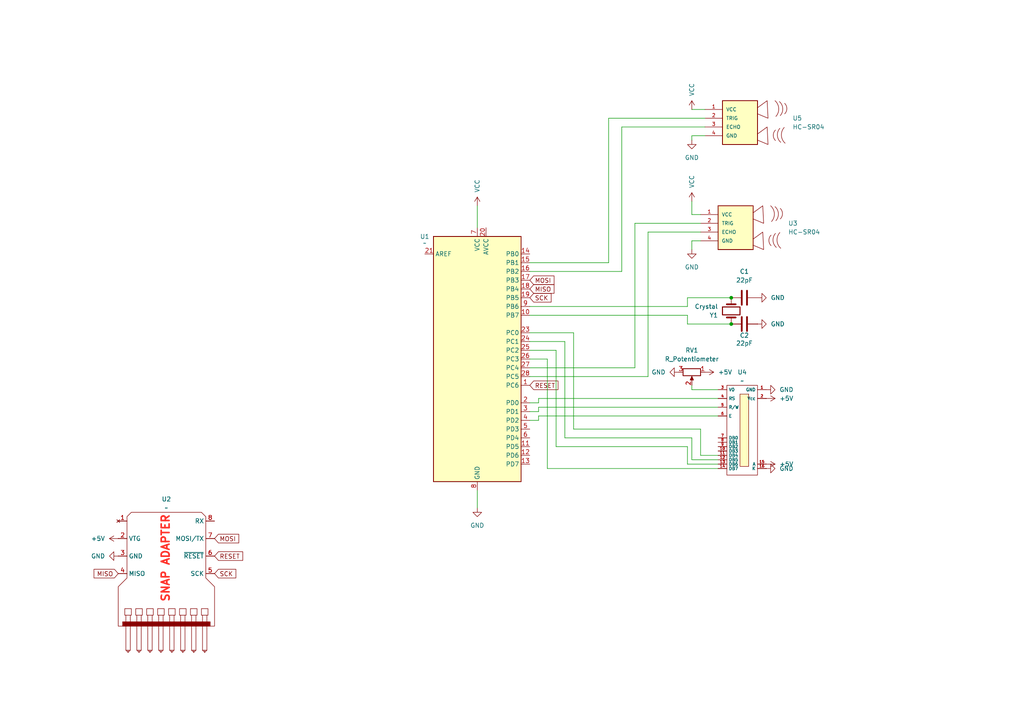
<source format=kicad_sch>
(kicad_sch
	(version 20231120)
	(generator "eeschema")
	(generator_version "8.0")
	(uuid "01e5e66d-7aab-4b95-b4d4-38a989245fe6")
	(paper "A4")
	(lib_symbols
		(symbol "00_ECE312SchLib:ATMega328"
			(exclude_from_sim no)
			(in_bom yes)
			(on_board yes)
			(property "Reference" "U"
				(at 17.145 -1.27 0)
				(effects
					(font
						(size 1.27 1.27)
					)
				)
			)
			(property "Value" ""
				(at 0 0 0)
				(effects
					(font
						(size 1.27 1.27)
					)
				)
			)
			(property "Footprint" ""
				(at 0 0 0)
				(effects
					(font
						(size 1.27 1.27)
					)
					(hide yes)
				)
			)
			(property "Datasheet" ""
				(at 0 0 0)
				(effects
					(font
						(size 1.27 1.27)
					)
					(hide yes)
				)
			)
			(property "Description" ""
				(at 0 0 0)
				(effects
					(font
						(size 1.27 1.27)
					)
					(hide yes)
				)
			)
			(symbol "ATMega328_0_1"
				(rectangle
					(start -12.7 20.32)
					(end 12.7 -50.8)
					(stroke
						(width 0.254)
						(type default)
					)
					(fill
						(type background)
					)
				)
			)
			(symbol "ATMega328_1_1"
				(pin bidirectional line
					(at 15.24 -22.86 180)
					(length 2.54)
					(name "PC6"
						(effects
							(font
								(size 1.27 1.27)
							)
						)
					)
					(number "1"
						(effects
							(font
								(size 1.27 1.27)
							)
						)
					)
					(alternate "PCINT14" input line)
					(alternate "~{RESET}" input line)
				)
				(pin bidirectional line
					(at 15.24 -2.54 180)
					(length 2.54)
					(name "PB7"
						(effects
							(font
								(size 1.27 1.27)
							)
						)
					)
					(number "10"
						(effects
							(font
								(size 1.27 1.27)
							)
						)
					)
					(alternate "PCINT7" input line)
					(alternate "TOSC2" bidirectional line)
					(alternate "XTAL2" input line)
				)
				(pin bidirectional line
					(at 15.24 -40.64 180)
					(length 2.54)
					(name "PD5"
						(effects
							(font
								(size 1.27 1.27)
							)
						)
					)
					(number "11"
						(effects
							(font
								(size 1.27 1.27)
							)
						)
					)
					(alternate "OC0B" output line)
					(alternate "PCINT21" input line)
					(alternate "T1" bidirectional line)
				)
				(pin bidirectional line
					(at 15.24 -43.18 180)
					(length 2.54)
					(name "PD6"
						(effects
							(font
								(size 1.27 1.27)
							)
						)
					)
					(number "12"
						(effects
							(font
								(size 1.27 1.27)
							)
						)
					)
					(alternate "AIN0" input line)
					(alternate "OC0A" output line)
					(alternate "PCINT22" input line)
				)
				(pin bidirectional line
					(at 15.24 -45.72 180)
					(length 2.54)
					(name "PD7"
						(effects
							(font
								(size 1.27 1.27)
							)
						)
					)
					(number "13"
						(effects
							(font
								(size 1.27 1.27)
							)
						)
					)
					(alternate "AIN1" input line)
					(alternate "PCINT23" input line)
				)
				(pin bidirectional line
					(at 15.24 15.24 180)
					(length 2.54)
					(name "PB0"
						(effects
							(font
								(size 1.27 1.27)
							)
						)
					)
					(number "14"
						(effects
							(font
								(size 1.27 1.27)
							)
						)
					)
					(alternate "CLKO" output line)
					(alternate "ICP1" input line)
					(alternate "PCINT0" input line)
				)
				(pin bidirectional line
					(at 15.24 12.7 180)
					(length 2.54)
					(name "PB1"
						(effects
							(font
								(size 1.27 1.27)
							)
						)
					)
					(number "15"
						(effects
							(font
								(size 1.27 1.27)
							)
						)
					)
					(alternate "OC1A" output line)
					(alternate "PCINT1" input line)
				)
				(pin bidirectional line
					(at 15.24 10.16 180)
					(length 2.54)
					(name "PB2"
						(effects
							(font
								(size 1.27 1.27)
							)
						)
					)
					(number "16"
						(effects
							(font
								(size 1.27 1.27)
							)
						)
					)
					(alternate "OC1B" output line)
					(alternate "PCINT2" input line)
					(alternate "~{SS}" bidirectional line)
				)
				(pin bidirectional line
					(at 15.24 7.62 180)
					(length 2.54)
					(name "PB3"
						(effects
							(font
								(size 1.27 1.27)
							)
						)
					)
					(number "17"
						(effects
							(font
								(size 1.27 1.27)
							)
						)
					)
					(alternate "MOSI" output line)
					(alternate "OC2A" output line)
					(alternate "PCINT3" bidirectional line)
				)
				(pin bidirectional line
					(at 15.24 5.08 180)
					(length 2.54)
					(name "PB4"
						(effects
							(font
								(size 1.27 1.27)
							)
						)
					)
					(number "18"
						(effects
							(font
								(size 1.27 1.27)
							)
						)
					)
					(alternate "MISO" input line)
					(alternate "PCINT4" input line)
				)
				(pin bidirectional line
					(at 15.24 2.54 180)
					(length 2.54)
					(name "PB5"
						(effects
							(font
								(size 1.27 1.27)
							)
						)
					)
					(number "19"
						(effects
							(font
								(size 1.27 1.27)
							)
						)
					)
					(alternate "PCINT5" input line)
					(alternate "SCK" output line)
				)
				(pin bidirectional line
					(at 15.24 -27.94 180)
					(length 2.54)
					(name "PD0"
						(effects
							(font
								(size 1.27 1.27)
							)
						)
					)
					(number "2"
						(effects
							(font
								(size 1.27 1.27)
							)
						)
					)
					(alternate "PCINT16" input line)
					(alternate "RXD" input line)
				)
				(pin power_in line
					(at 2.54 22.86 270)
					(length 2.54)
					(name "AVCC"
						(effects
							(font
								(size 1.27 1.27)
							)
						)
					)
					(number "20"
						(effects
							(font
								(size 1.27 1.27)
							)
						)
					)
				)
				(pin passive line
					(at -15.24 15.24 0)
					(length 2.54)
					(name "AREF"
						(effects
							(font
								(size 1.27 1.27)
							)
						)
					)
					(number "21"
						(effects
							(font
								(size 1.27 1.27)
							)
						)
					)
				)
				(pin passive line
					(at 0 -53.34 90)
					(length 2.54) hide
					(name "GND"
						(effects
							(font
								(size 1.27 1.27)
							)
						)
					)
					(number "22"
						(effects
							(font
								(size 1.27 1.27)
							)
						)
					)
				)
				(pin bidirectional line
					(at 15.24 -7.62 180)
					(length 2.54)
					(name "PC0"
						(effects
							(font
								(size 1.27 1.27)
							)
						)
					)
					(number "23"
						(effects
							(font
								(size 1.27 1.27)
							)
						)
					)
					(alternate "ADC0" input line)
					(alternate "PCINT8" input line)
				)
				(pin bidirectional line
					(at 15.24 -10.16 180)
					(length 2.54)
					(name "PC1"
						(effects
							(font
								(size 1.27 1.27)
							)
						)
					)
					(number "24"
						(effects
							(font
								(size 1.27 1.27)
							)
						)
					)
					(alternate "ADC1" input line)
					(alternate "PCINT9" input line)
				)
				(pin bidirectional line
					(at 15.24 -12.7 180)
					(length 2.54)
					(name "PC2"
						(effects
							(font
								(size 1.27 1.27)
							)
						)
					)
					(number "25"
						(effects
							(font
								(size 1.27 1.27)
							)
						)
					)
					(alternate "ADC2" input line)
					(alternate "PCINT10" input line)
				)
				(pin bidirectional line
					(at 15.24 -15.24 180)
					(length 2.54)
					(name "PC3"
						(effects
							(font
								(size 1.27 1.27)
							)
						)
					)
					(number "26"
						(effects
							(font
								(size 1.27 1.27)
							)
						)
					)
					(alternate "ADC3" input line)
					(alternate "PCINT11" input line)
				)
				(pin bidirectional line
					(at 15.24 -17.78 180)
					(length 2.54)
					(name "PC4"
						(effects
							(font
								(size 1.27 1.27)
							)
						)
					)
					(number "27"
						(effects
							(font
								(size 1.27 1.27)
							)
						)
					)
					(alternate "ADC4" input line)
					(alternate "PCINT12" input line)
					(alternate "SDA" bidirectional line)
				)
				(pin bidirectional line
					(at 15.24 -20.32 180)
					(length 2.54)
					(name "PC5"
						(effects
							(font
								(size 1.27 1.27)
							)
						)
					)
					(number "28"
						(effects
							(font
								(size 1.27 1.27)
							)
						)
					)
					(alternate "ADC5" input line)
					(alternate "PCINT13" input line)
					(alternate "SCL" output line)
				)
				(pin bidirectional line
					(at 15.24 -30.48 180)
					(length 2.54)
					(name "PD1"
						(effects
							(font
								(size 1.27 1.27)
							)
						)
					)
					(number "3"
						(effects
							(font
								(size 1.27 1.27)
							)
						)
					)
					(alternate "PCINT17" input line)
					(alternate "TXD" output line)
				)
				(pin bidirectional line
					(at 15.24 -33.02 180)
					(length 2.54)
					(name "PD2"
						(effects
							(font
								(size 1.27 1.27)
							)
						)
					)
					(number "4"
						(effects
							(font
								(size 1.27 1.27)
							)
						)
					)
					(alternate "INT0" input line)
					(alternate "PCINT18" input line)
				)
				(pin bidirectional line
					(at 15.24 -35.56 180)
					(length 2.54)
					(name "PD3"
						(effects
							(font
								(size 1.27 1.27)
							)
						)
					)
					(number "5"
						(effects
							(font
								(size 1.27 1.27)
							)
						)
					)
					(alternate "INT1" input line)
					(alternate "OC2B" output line)
					(alternate "PCINT19" input line)
				)
				(pin bidirectional line
					(at 15.24 -38.1 180)
					(length 2.54)
					(name "PD4"
						(effects
							(font
								(size 1.27 1.27)
							)
						)
					)
					(number "6"
						(effects
							(font
								(size 1.27 1.27)
							)
						)
					)
					(alternate "PCINT20" input line)
					(alternate "T0" input line)
					(alternate "XCK" input line)
				)
				(pin power_in line
					(at 0 22.86 270)
					(length 2.54)
					(name "VCC"
						(effects
							(font
								(size 1.27 1.27)
							)
						)
					)
					(number "7"
						(effects
							(font
								(size 1.27 1.27)
							)
						)
					)
				)
				(pin power_in line
					(at 0 -53.34 90)
					(length 2.54)
					(name "GND"
						(effects
							(font
								(size 1.27 1.27)
							)
						)
					)
					(number "8"
						(effects
							(font
								(size 1.27 1.27)
							)
						)
					)
				)
				(pin bidirectional line
					(at 15.24 0 180)
					(length 2.54)
					(name "PB6"
						(effects
							(font
								(size 1.27 1.27)
							)
						)
					)
					(number "9"
						(effects
							(font
								(size 1.27 1.27)
							)
						)
					)
					(alternate "PCINT6" input line)
					(alternate "TOSC1" bidirectional line)
					(alternate "XTAL1" input line)
				)
			)
		)
		(symbol "00_ECE312SchLib:HC-SR04"
			(pin_names
				(offset 1.016)
			)
			(exclude_from_sim no)
			(in_bom yes)
			(on_board yes)
			(property "Reference" "U"
				(at 3.81 5.842 0)
				(effects
					(font
						(size 1.27 1.27)
					)
					(justify left bottom)
				)
			)
			(property "Value" "HC-SR04"
				(at 0 -10.163 0)
				(effects
					(font
						(size 1.27 1.27)
					)
					(justify left bottom)
				)
			)
			(property "Footprint" "HC-SR04:XCVR_HC-SR04"
				(at 6.858 -12.446 0)
				(effects
					(font
						(size 1.27 1.27)
					)
					(justify bottom)
					(hide yes)
				)
			)
			(property "Datasheet" ""
				(at 0 0 0)
				(effects
					(font
						(size 1.27 1.27)
					)
					(hide yes)
				)
			)
			(property "Description" ""
				(at 0 0 0)
				(effects
					(font
						(size 1.27 1.27)
					)
					(hide yes)
				)
			)
			(property "MF" "SparkFun Electronics"
				(at 8.636 -12.446 0)
				(effects
					(font
						(size 1.27 1.27)
					)
					(justify bottom)
					(hide yes)
				)
			)
			(property "Description_1" "\nHC-SR04 Ultrasonic Sensor Qwiic Platform Evaluation Expansion Board\n"
				(at 3.81 -12.192 0)
				(effects
					(font
						(size 1.27 1.27)
					)
					(justify bottom)
					(hide yes)
				)
			)
			(property "Package" "None"
				(at 5.588 -12.192 0)
				(effects
					(font
						(size 1.27 1.27)
					)
					(justify bottom)
					(hide yes)
				)
			)
			(property "Price" "None"
				(at 8.382 -12.446 0)
				(effects
					(font
						(size 1.27 1.27)
					)
					(justify bottom)
					(hide yes)
				)
			)
			(property "Check_prices" "https://www.snapeda.com/parts/HC-SR04/SparkFun+Electronics/view-part/?ref=eda"
				(at 10.668 -12.446 0)
				(effects
					(font
						(size 1.27 1.27)
					)
					(justify bottom)
					(hide yes)
				)
			)
			(property "SnapEDA_Link" "https://www.snapeda.com/parts/HC-SR04/SparkFun+Electronics/view-part/?ref=snap"
				(at 11.43 -12.7 0)
				(effects
					(font
						(size 1.27 1.27)
					)
					(justify bottom)
					(hide yes)
				)
			)
			(property "MP" "HC-SR04"
				(at 7.62 -12.7 0)
				(effects
					(font
						(size 1.27 1.27)
					)
					(justify bottom)
					(hide yes)
				)
			)
			(property "Availability" "Not in stock"
				(at 7.366 -12.7 0)
				(effects
					(font
						(size 1.27 1.27)
					)
					(justify bottom)
					(hide yes)
				)
			)
			(property "MANUFACTURER" "Osepp"
				(at 6.858 -12.446 0)
				(effects
					(font
						(size 1.27 1.27)
					)
					(justify bottom)
					(hide yes)
				)
			)
			(symbol "HC-SR04_0_0"
				(pin power_in line
					(at -5.08 2.54 0)
					(length 5.08)
					(name "VCC"
						(effects
							(font
								(size 1.016 1.016)
							)
						)
					)
					(number "1"
						(effects
							(font
								(size 1.016 1.016)
							)
						)
					)
				)
				(pin bidirectional line
					(at -5.08 0 0)
					(length 5.08)
					(name "TRIG"
						(effects
							(font
								(size 1.016 1.016)
							)
						)
					)
					(number "2"
						(effects
							(font
								(size 1.016 1.016)
							)
						)
					)
				)
				(pin bidirectional line
					(at -5.08 -2.54 0)
					(length 5.08)
					(name "ECHO"
						(effects
							(font
								(size 1.016 1.016)
							)
						)
					)
					(number "3"
						(effects
							(font
								(size 1.016 1.016)
							)
						)
					)
				)
				(pin power_in line
					(at -5.08 -5.08 0)
					(length 5.08)
					(name "GND"
						(effects
							(font
								(size 1.016 1.016)
							)
						)
					)
					(number "4"
						(effects
							(font
								(size 1.016 1.016)
							)
						)
					)
				)
			)
			(symbol "HC-SR04_0_1"
				(polyline
					(pts
						(xy 10.16 -4.572) (xy 12.954 -2.54) (xy 13.208 -7.62) (xy 10.16 -6.35)
					)
					(stroke
						(width 0)
						(type default)
					)
					(fill
						(type none)
					)
				)
				(polyline
					(pts
						(xy 10.16 3.048) (xy 12.954 5.08) (xy 13.208 0) (xy 10.16 1.27)
					)
					(stroke
						(width 0)
						(type default)
					)
					(fill
						(type none)
					)
				)
				(arc
					(start 15.367 -3.429)
					(mid 14.7357 -4.953)
					(end 15.367 -6.477)
					(stroke
						(width 0)
						(type default)
					)
					(fill
						(type none)
					)
				)
				(arc
					(start 15.494 0.508)
					(mid 16.3139 2.8466)
					(end 15.24 5.08)
					(stroke
						(width 0)
						(type default)
					)
					(fill
						(type none)
					)
				)
				(arc
					(start 16.637 -2.921)
					(mid 15.9223 -5.0056)
					(end 16.891 -6.985)
					(stroke
						(width 0)
						(type default)
					)
					(fill
						(type none)
					)
				)
				(arc
					(start 16.764 0.762)
					(mid 17.4787 2.8466)
					(end 16.51 4.826)
					(stroke
						(width 0)
						(type default)
					)
					(fill
						(type none)
					)
				)
				(arc
					(start 17.907 -2.667)
					(mid 17.0871 -5.0056)
					(end 18.161 -7.239)
					(stroke
						(width 0)
						(type default)
					)
					(fill
						(type none)
					)
				)
				(arc
					(start 18.034 1.27)
					(mid 18.6653 2.794)
					(end 18.034 4.318)
					(stroke
						(width 0)
						(type default)
					)
					(fill
						(type none)
					)
				)
			)
			(symbol "HC-SR04_1_0"
				(rectangle
					(start 0 5.08)
					(end 10.16 -7.62)
					(stroke
						(width 0.254)
						(type default)
					)
					(fill
						(type background)
					)
				)
			)
			(symbol "HC-SR04_1_1"
				(text private "Original copy provided by SNAP-EDA modified by me Steve Drake"
					(at 5.842 -11.938 0)
					(effects
						(font
							(size 1.27 1.27)
						)
					)
				)
			)
		)
		(symbol "Device:C"
			(pin_numbers hide)
			(pin_names
				(offset 0.254)
			)
			(exclude_from_sim no)
			(in_bom yes)
			(on_board yes)
			(property "Reference" "C"
				(at 0.635 2.54 0)
				(effects
					(font
						(size 1.27 1.27)
					)
					(justify left)
				)
			)
			(property "Value" "C"
				(at 0.635 -2.54 0)
				(effects
					(font
						(size 1.27 1.27)
					)
					(justify left)
				)
			)
			(property "Footprint" ""
				(at 0.9652 -3.81 0)
				(effects
					(font
						(size 1.27 1.27)
					)
					(hide yes)
				)
			)
			(property "Datasheet" "~"
				(at 0 0 0)
				(effects
					(font
						(size 1.27 1.27)
					)
					(hide yes)
				)
			)
			(property "Description" "Unpolarized capacitor"
				(at 0 0 0)
				(effects
					(font
						(size 1.27 1.27)
					)
					(hide yes)
				)
			)
			(property "ki_keywords" "cap capacitor"
				(at 0 0 0)
				(effects
					(font
						(size 1.27 1.27)
					)
					(hide yes)
				)
			)
			(property "ki_fp_filters" "C_*"
				(at 0 0 0)
				(effects
					(font
						(size 1.27 1.27)
					)
					(hide yes)
				)
			)
			(symbol "C_0_1"
				(polyline
					(pts
						(xy -2.032 -0.762) (xy 2.032 -0.762)
					)
					(stroke
						(width 0.508)
						(type default)
					)
					(fill
						(type none)
					)
				)
				(polyline
					(pts
						(xy -2.032 0.762) (xy 2.032 0.762)
					)
					(stroke
						(width 0.508)
						(type default)
					)
					(fill
						(type none)
					)
				)
			)
			(symbol "C_1_1"
				(pin passive line
					(at 0 3.81 270)
					(length 2.794)
					(name "~"
						(effects
							(font
								(size 1.27 1.27)
							)
						)
					)
					(number "1"
						(effects
							(font
								(size 1.27 1.27)
							)
						)
					)
				)
				(pin passive line
					(at 0 -3.81 90)
					(length 2.794)
					(name "~"
						(effects
							(font
								(size 1.27 1.27)
							)
						)
					)
					(number "2"
						(effects
							(font
								(size 1.27 1.27)
							)
						)
					)
				)
			)
		)
		(symbol "Device:Crystal"
			(pin_numbers hide)
			(pin_names
				(offset 1.016) hide)
			(exclude_from_sim no)
			(in_bom yes)
			(on_board yes)
			(property "Reference" "Y"
				(at 0 3.81 0)
				(effects
					(font
						(size 1.27 1.27)
					)
				)
			)
			(property "Value" "Crystal"
				(at 0 -3.81 0)
				(effects
					(font
						(size 1.27 1.27)
					)
				)
			)
			(property "Footprint" ""
				(at 0 0 0)
				(effects
					(font
						(size 1.27 1.27)
					)
					(hide yes)
				)
			)
			(property "Datasheet" "~"
				(at 0 0 0)
				(effects
					(font
						(size 1.27 1.27)
					)
					(hide yes)
				)
			)
			(property "Description" "Two pin crystal"
				(at 0 0 0)
				(effects
					(font
						(size 1.27 1.27)
					)
					(hide yes)
				)
			)
			(property "ki_keywords" "quartz ceramic resonator oscillator"
				(at 0 0 0)
				(effects
					(font
						(size 1.27 1.27)
					)
					(hide yes)
				)
			)
			(property "ki_fp_filters" "Crystal*"
				(at 0 0 0)
				(effects
					(font
						(size 1.27 1.27)
					)
					(hide yes)
				)
			)
			(symbol "Crystal_0_1"
				(rectangle
					(start -1.143 2.54)
					(end 1.143 -2.54)
					(stroke
						(width 0.3048)
						(type default)
					)
					(fill
						(type none)
					)
				)
				(polyline
					(pts
						(xy -2.54 0) (xy -1.905 0)
					)
					(stroke
						(width 0)
						(type default)
					)
					(fill
						(type none)
					)
				)
				(polyline
					(pts
						(xy -1.905 -1.27) (xy -1.905 1.27)
					)
					(stroke
						(width 0.508)
						(type default)
					)
					(fill
						(type none)
					)
				)
				(polyline
					(pts
						(xy 1.905 -1.27) (xy 1.905 1.27)
					)
					(stroke
						(width 0.508)
						(type default)
					)
					(fill
						(type none)
					)
				)
				(polyline
					(pts
						(xy 2.54 0) (xy 1.905 0)
					)
					(stroke
						(width 0)
						(type default)
					)
					(fill
						(type none)
					)
				)
			)
			(symbol "Crystal_1_1"
				(pin passive line
					(at -3.81 0 0)
					(length 1.27)
					(name "1"
						(effects
							(font
								(size 1.27 1.27)
							)
						)
					)
					(number "1"
						(effects
							(font
								(size 1.27 1.27)
							)
						)
					)
				)
				(pin passive line
					(at 3.81 0 180)
					(length 1.27)
					(name "2"
						(effects
							(font
								(size 1.27 1.27)
							)
						)
					)
					(number "2"
						(effects
							(font
								(size 1.27 1.27)
							)
						)
					)
				)
			)
		)
		(symbol "Device:R_Potentiometer"
			(pin_names
				(offset 1.016) hide)
			(exclude_from_sim no)
			(in_bom yes)
			(on_board yes)
			(property "Reference" "RV"
				(at -4.445 0 90)
				(effects
					(font
						(size 1.27 1.27)
					)
				)
			)
			(property "Value" "R_Potentiometer"
				(at -2.54 0 90)
				(effects
					(font
						(size 1.27 1.27)
					)
				)
			)
			(property "Footprint" ""
				(at 0 0 0)
				(effects
					(font
						(size 1.27 1.27)
					)
					(hide yes)
				)
			)
			(property "Datasheet" "~"
				(at 0 0 0)
				(effects
					(font
						(size 1.27 1.27)
					)
					(hide yes)
				)
			)
			(property "Description" "Potentiometer"
				(at 0 0 0)
				(effects
					(font
						(size 1.27 1.27)
					)
					(hide yes)
				)
			)
			(property "ki_keywords" "resistor variable"
				(at 0 0 0)
				(effects
					(font
						(size 1.27 1.27)
					)
					(hide yes)
				)
			)
			(property "ki_fp_filters" "Potentiometer*"
				(at 0 0 0)
				(effects
					(font
						(size 1.27 1.27)
					)
					(hide yes)
				)
			)
			(symbol "R_Potentiometer_0_1"
				(polyline
					(pts
						(xy 2.54 0) (xy 1.524 0)
					)
					(stroke
						(width 0)
						(type default)
					)
					(fill
						(type none)
					)
				)
				(polyline
					(pts
						(xy 1.143 0) (xy 2.286 0.508) (xy 2.286 -0.508) (xy 1.143 0)
					)
					(stroke
						(width 0)
						(type default)
					)
					(fill
						(type outline)
					)
				)
				(rectangle
					(start 1.016 2.54)
					(end -1.016 -2.54)
					(stroke
						(width 0.254)
						(type default)
					)
					(fill
						(type none)
					)
				)
			)
			(symbol "R_Potentiometer_1_1"
				(pin passive line
					(at 0 3.81 270)
					(length 1.27)
					(name "1"
						(effects
							(font
								(size 1.27 1.27)
							)
						)
					)
					(number "1"
						(effects
							(font
								(size 1.27 1.27)
							)
						)
					)
				)
				(pin passive line
					(at 3.81 0 180)
					(length 1.27)
					(name "2"
						(effects
							(font
								(size 1.27 1.27)
							)
						)
					)
					(number "2"
						(effects
							(font
								(size 1.27 1.27)
							)
						)
					)
				)
				(pin passive line
					(at 0 -3.81 90)
					(length 1.27)
					(name "3"
						(effects
							(font
								(size 1.27 1.27)
							)
						)
					)
					(number "3"
						(effects
							(font
								(size 1.27 1.27)
							)
						)
					)
				)
			)
		)
		(symbol "ece312:LCD1604"
			(exclude_from_sim no)
			(in_bom yes)
			(on_board yes)
			(property "Reference" "U"
				(at 10.795 12.7 0)
				(effects
					(font
						(size 1.27 1.27)
					)
				)
			)
			(property "Value" ""
				(at 11.176 6.604 0)
				(effects
					(font
						(size 1.27 1.27)
					)
				)
			)
			(property "Footprint" ""
				(at 11.176 6.604 0)
				(effects
					(font
						(size 1.27 1.27)
					)
					(hide yes)
				)
			)
			(property "Datasheet" ""
				(at 11.176 6.604 0)
				(effects
					(font
						(size 1.27 1.27)
					)
					(hide yes)
				)
			)
			(property "Description" ""
				(at 11.176 6.604 0)
				(effects
					(font
						(size 1.27 1.27)
					)
					(hide yes)
				)
			)
			(symbol "LCD1604_0_1"
				(rectangle
					(start -1.27 11.43)
					(end 24.765 2.54)
					(stroke
						(width 0)
						(type default)
					)
					(fill
						(type none)
					)
				)
			)
			(symbol "LCD1604_1_1"
				(rectangle
					(start 1.27 8.89)
					(end 22.225 6.35)
					(stroke
						(width 0)
						(type default)
					)
					(fill
						(type background)
					)
				)
				(pin power_in line
					(at 0 13.97 270)
					(length 2.54)
					(name "GND"
						(effects
							(font
								(size 0.889 0.889)
							)
						)
					)
					(number "1"
						(effects
							(font
								(size 0.762 0.762)
							)
						)
					)
				)
				(pin input line
					(at 17.78 0 90)
					(length 2.54)
					(name "DB3"
						(effects
							(font
								(size 0.889 0.889)
							)
						)
					)
					(number "10"
						(effects
							(font
								(size 0.762 0.762)
							)
						)
					)
				)
				(pin input line
					(at 19.05 0 90)
					(length 2.54)
					(name "DB4"
						(effects
							(font
								(size 0.889 0.889)
							)
						)
					)
					(number "11"
						(effects
							(font
								(size 0.762 0.762)
							)
						)
					)
				)
				(pin input line
					(at 20.32 0 90)
					(length 2.54)
					(name "DB5"
						(effects
							(font
								(size 0.889 0.889)
							)
						)
					)
					(number "12"
						(effects
							(font
								(size 0.762 0.762)
							)
						)
					)
				)
				(pin input line
					(at 21.59 0 90)
					(length 2.54)
					(name "DB6"
						(effects
							(font
								(size 0.889 0.889)
							)
						)
					)
					(number "13"
						(effects
							(font
								(size 0.762 0.762)
							)
						)
					)
				)
				(pin input line
					(at 22.86 0 90)
					(length 2.54)
					(name "DB7"
						(effects
							(font
								(size 0.889 0.889)
							)
						)
					)
					(number "14"
						(effects
							(font
								(size 0.762 0.762)
							)
						)
					)
				)
				(pin input line
					(at 21.59 13.97 270)
					(length 2.54)
					(name "A"
						(effects
							(font
								(size 0.889 0.889)
							)
						)
					)
					(number "15"
						(effects
							(font
								(size 0.762 0.762)
							)
						)
					)
				)
				(pin input line
					(at 22.86 13.97 270)
					(length 2.54)
					(name "K"
						(effects
							(font
								(size 0.889 0.889)
							)
						)
					)
					(number "16"
						(effects
							(font
								(size 0.762 0.762)
							)
						)
					)
				)
				(pin power_in line
					(at 2.54 13.97 270)
					(length 2.54)
					(name "Vcc"
						(effects
							(font
								(size 0.889 0.889)
							)
						)
					)
					(number "2"
						(effects
							(font
								(size 0.762 0.762)
							)
						)
					)
				)
				(pin input line
					(at 0 0 90)
					(length 2.54)
					(name "V0"
						(effects
							(font
								(size 0.889 0.889)
							)
						)
					)
					(number "3"
						(effects
							(font
								(size 0.762 0.762)
							)
						)
					)
				)
				(pin input line
					(at 2.54 0 90)
					(length 2.54)
					(name "RS"
						(effects
							(font
								(size 0.889 0.889)
							)
						)
					)
					(number "4"
						(effects
							(font
								(size 0.762 0.762)
							)
						)
					)
				)
				(pin input line
					(at 5.08 0 90)
					(length 2.54)
					(name "R/W"
						(effects
							(font
								(size 0.889 0.889)
							)
						)
					)
					(number "5"
						(effects
							(font
								(size 0.762 0.762)
							)
						)
					)
				)
				(pin input line
					(at 7.62 0 90)
					(length 2.54)
					(name "E"
						(effects
							(font
								(size 0.889 0.889)
							)
						)
					)
					(number "6"
						(effects
							(font
								(size 0.762 0.762)
							)
						)
					)
				)
				(pin input line
					(at 13.97 0 90)
					(length 2.54)
					(name "DB0"
						(effects
							(font
								(size 0.889 0.889)
							)
						)
					)
					(number "7"
						(effects
							(font
								(size 0.762 0.762)
							)
						)
					)
				)
				(pin input line
					(at 15.24 0 90)
					(length 2.54)
					(name "DB1"
						(effects
							(font
								(size 0.889 0.889)
							)
						)
					)
					(number "8"
						(effects
							(font
								(size 0.762 0.762)
							)
						)
					)
				)
				(pin input line
					(at 16.51 0 90)
					(length 2.54)
					(name "DB2"
						(effects
							(font
								(size 0.889 0.889)
							)
						)
					)
					(number "9"
						(effects
							(font
								(size 0.762 0.762)
							)
						)
					)
				)
			)
		)
		(symbol "ece312:SNAP"
			(exclude_from_sim no)
			(in_bom yes)
			(on_board yes)
			(property "Reference" "U"
				(at -9.398 3.302 0)
				(effects
					(font
						(size 1.27 1.27)
					)
				)
			)
			(property "Value" ""
				(at 0 0 0)
				(effects
					(font
						(size 1.27 1.27)
					)
				)
			)
			(property "Footprint" ""
				(at 0 0 0)
				(effects
					(font
						(size 1.27 1.27)
					)
					(hide yes)
				)
			)
			(property "Datasheet" ""
				(at 0 0 0)
				(effects
					(font
						(size 1.27 1.27)
					)
					(hide yes)
				)
			)
			(property "Description" ""
				(at 0 0 0)
				(effects
					(font
						(size 1.27 1.27)
					)
					(hide yes)
				)
			)
			(symbol "SNAP_0_1"
				(polyline
					(pts
						(xy 2.54 -11.43) (xy 2.54 8.89) (xy 1.27 10.16) (xy -16.51 10.16) (xy -19.05 12.7) (xy -29.21 12.7)
					)
					(stroke
						(width 0)
						(type default)
					)
					(fill
						(type none)
					)
				)
				(polyline
					(pts
						(xy 2.54 -11.43) (xy 1.27 -12.7) (xy -16.51 -12.7) (xy -19.05 -15.24) (xy -30.48 -15.24) (xy -30.48 12.7)
						(xy -29.21 12.7)
					)
					(stroke
						(width 0)
						(type default)
					)
					(fill
						(type none)
					)
				)
			)
			(symbol "SNAP_1_1"
				(rectangle
					(start -30.48 11.43)
					(end -29.21 -13.97)
					(stroke
						(width 0)
						(type default)
					)
					(fill
						(type outline)
					)
				)
				(rectangle
					(start -27.305 -11.43)
					(end -25.4 -13.335)
					(stroke
						(width 0)
						(type default)
					)
					(fill
						(type none)
					)
				)
				(rectangle
					(start -27.305 -8.255)
					(end -25.4 -10.16)
					(stroke
						(width 0)
						(type default)
					)
					(fill
						(type none)
					)
				)
				(rectangle
					(start -27.305 -5.08)
					(end -25.4 -6.985)
					(stroke
						(width 0)
						(type default)
					)
					(fill
						(type none)
					)
				)
				(rectangle
					(start -27.305 -1.905)
					(end -25.4 -3.81)
					(stroke
						(width 0)
						(type default)
					)
					(fill
						(type none)
					)
				)
				(rectangle
					(start -27.305 1.27)
					(end -25.4 -0.635)
					(stroke
						(width 0)
						(type default)
					)
					(fill
						(type none)
					)
				)
				(rectangle
					(start -27.305 4.445)
					(end -25.4 2.54)
					(stroke
						(width 0)
						(type default)
					)
					(fill
						(type none)
					)
				)
				(rectangle
					(start -27.305 7.62)
					(end -25.4 5.715)
					(stroke
						(width 0)
						(type default)
					)
					(fill
						(type none)
					)
				)
				(rectangle
					(start -27.305 10.795)
					(end -25.4 8.89)
					(stroke
						(width 0)
						(type default)
					)
					(fill
						(type none)
					)
				)
				(polyline
					(pts
						(xy -38.1 -12.3825) (xy -37.465 -12.3825)
					)
					(stroke
						(width 0)
						(type default)
					)
					(fill
						(type none)
					)
				)
				(polyline
					(pts
						(xy -38.1 -9.2075) (xy -37.465 -9.2075)
					)
					(stroke
						(width 0)
						(type default)
					)
					(fill
						(type none)
					)
				)
				(polyline
					(pts
						(xy -38.1 -6.0325) (xy -37.465 -6.0325)
					)
					(stroke
						(width 0)
						(type default)
					)
					(fill
						(type none)
					)
				)
				(polyline
					(pts
						(xy -38.1 -2.8575) (xy -37.465 -2.8575)
					)
					(stroke
						(width 0)
						(type default)
					)
					(fill
						(type none)
					)
				)
				(polyline
					(pts
						(xy -38.1 0.3175) (xy -37.465 0.3175)
					)
					(stroke
						(width 0)
						(type default)
					)
					(fill
						(type none)
					)
				)
				(polyline
					(pts
						(xy -38.1 3.4925) (xy -37.465 3.4925)
					)
					(stroke
						(width 0)
						(type default)
					)
					(fill
						(type none)
					)
				)
				(polyline
					(pts
						(xy -38.1 6.6675) (xy -37.465 6.6675)
					)
					(stroke
						(width 0)
						(type default)
					)
					(fill
						(type none)
					)
				)
				(polyline
					(pts
						(xy -38.1 9.8425) (xy -37.465 9.8425)
					)
					(stroke
						(width 0)
						(type default)
					)
					(fill
						(type none)
					)
				)
				(polyline
					(pts
						(xy -37.465 -11.7475) (xy -37.465 -13.0175)
					)
					(stroke
						(width 0)
						(type default)
					)
					(fill
						(type none)
					)
				)
				(polyline
					(pts
						(xy -37.465 -8.5725) (xy -37.465 -9.8425)
					)
					(stroke
						(width 0)
						(type default)
					)
					(fill
						(type none)
					)
				)
				(polyline
					(pts
						(xy -37.465 -5.3975) (xy -37.465 -6.6675)
					)
					(stroke
						(width 0)
						(type default)
					)
					(fill
						(type none)
					)
				)
				(polyline
					(pts
						(xy -37.465 -2.2225) (xy -37.465 -3.4925)
					)
					(stroke
						(width 0)
						(type default)
					)
					(fill
						(type none)
					)
				)
				(polyline
					(pts
						(xy -37.465 0.9525) (xy -37.465 -0.3175)
					)
					(stroke
						(width 0)
						(type default)
					)
					(fill
						(type none)
					)
				)
				(polyline
					(pts
						(xy -37.465 4.1275) (xy -37.465 2.8575)
					)
					(stroke
						(width 0)
						(type default)
					)
					(fill
						(type none)
					)
				)
				(polyline
					(pts
						(xy -37.465 7.3025) (xy -37.465 6.0325)
					)
					(stroke
						(width 0)
						(type default)
					)
					(fill
						(type none)
					)
				)
				(polyline
					(pts
						(xy -37.465 9.2075) (xy -37.465 9.2075)
					)
					(stroke
						(width 0)
						(type default)
					)
					(fill
						(type none)
					)
				)
				(polyline
					(pts
						(xy -37.465 10.4775) (xy -37.465 9.2075)
					)
					(stroke
						(width 0)
						(type default)
					)
					(fill
						(type none)
					)
				)
				(polyline
					(pts
						(xy -27.305 -11.7475) (xy -37.465 -11.7475) (xy -38.1 -12.3825) (xy -37.465 -13.0175) (xy -27.305 -13.0175)
					)
					(stroke
						(width 0)
						(type default)
					)
					(fill
						(type none)
					)
				)
				(polyline
					(pts
						(xy -27.305 -8.5725) (xy -37.465 -8.5725) (xy -38.1 -9.2075) (xy -37.465 -9.8425) (xy -27.305 -9.8425)
					)
					(stroke
						(width 0)
						(type default)
					)
					(fill
						(type none)
					)
				)
				(polyline
					(pts
						(xy -27.305 -5.3975) (xy -37.465 -5.3975) (xy -38.1 -6.0325) (xy -37.465 -6.6675) (xy -27.305 -6.6675)
					)
					(stroke
						(width 0)
						(type default)
					)
					(fill
						(type none)
					)
				)
				(polyline
					(pts
						(xy -27.305 -2.2225) (xy -37.465 -2.2225) (xy -38.1 -2.8575) (xy -37.465 -3.4925) (xy -27.305 -3.4925)
					)
					(stroke
						(width 0)
						(type default)
					)
					(fill
						(type none)
					)
				)
				(polyline
					(pts
						(xy -27.305 0.9525) (xy -37.465 0.9525) (xy -38.1 0.3175) (xy -37.465 -0.3175) (xy -27.305 -0.3175)
					)
					(stroke
						(width 0)
						(type default)
					)
					(fill
						(type none)
					)
				)
				(polyline
					(pts
						(xy -27.305 4.1275) (xy -37.465 4.1275) (xy -38.1 3.4925) (xy -37.465 2.8575) (xy -27.305 2.8575)
					)
					(stroke
						(width 0)
						(type default)
					)
					(fill
						(type none)
					)
				)
				(polyline
					(pts
						(xy -27.305 7.3025) (xy -37.465 7.3025) (xy -38.1 6.6675) (xy -37.465 6.0325) (xy -27.305 6.0325)
					)
					(stroke
						(width 0)
						(type default)
					)
					(fill
						(type none)
					)
				)
				(polyline
					(pts
						(xy -27.305 10.4775) (xy -37.465 10.4775) (xy -38.1 9.8425) (xy -37.465 9.2075) (xy -27.305 9.2075)
					)
					(stroke
						(width 0)
						(type default)
					)
					(fill
						(type none)
					)
				)
				(text "SNAP ADAPTER"
					(at -10.668 -1.016 0)
					(effects
						(font
							(size 2.286 2.286)
							(bold yes)
							(color 255 41 34 1)
						)
					)
				)
				(pin no_connect line
					(at 0 12.7 270)
					(length 2.54)
					(name ""
						(effects
							(font
								(size 1.27 1.27)
							)
						)
					)
					(number "1"
						(effects
							(font
								(size 1.27 1.27)
							)
						)
					)
				)
				(pin bidirectional line
					(at -5.08 12.7 270)
					(length 2.54)
					(name "VTG"
						(effects
							(font
								(size 1.27 1.27)
							)
						)
					)
					(number "2"
						(effects
							(font
								(size 1.27 1.27)
							)
						)
					)
				)
				(pin bidirectional line
					(at -10.16 12.7 270)
					(length 2.54)
					(name "GND"
						(effects
							(font
								(size 1.27 1.27)
							)
						)
					)
					(number "3"
						(effects
							(font
								(size 1.27 1.27)
							)
						)
					)
				)
				(pin bidirectional line
					(at -15.24 12.7 270)
					(length 2.54)
					(name "MISO"
						(effects
							(font
								(size 1.27 1.27)
							)
						)
					)
					(number "4"
						(effects
							(font
								(size 1.27 1.27)
							)
						)
					)
				)
				(pin bidirectional line
					(at -15.24 -15.24 90)
					(length 2.54)
					(name "SCK"
						(effects
							(font
								(size 1.27 1.27)
							)
						)
					)
					(number "5"
						(effects
							(font
								(size 1.27 1.27)
							)
						)
					)
				)
				(pin bidirectional line
					(at -10.16 -15.24 90)
					(length 2.54)
					(name "~{RESET}"
						(effects
							(font
								(size 1.27 1.27)
							)
						)
					)
					(number "6"
						(effects
							(font
								(size 1.27 1.27)
							)
						)
					)
				)
				(pin bidirectional line
					(at -5.08 -15.24 90)
					(length 2.54)
					(name "MOSI/TX"
						(effects
							(font
								(size 1.27 1.27)
							)
						)
					)
					(number "7"
						(effects
							(font
								(size 1.27 1.27)
							)
						)
					)
				)
				(pin bidirectional line
					(at 0 -15.24 90)
					(length 2.54)
					(name "RX"
						(effects
							(font
								(size 1.27 1.27)
							)
						)
					)
					(number "8"
						(effects
							(font
								(size 1.27 1.27)
							)
						)
					)
				)
			)
		)
		(symbol "power:+5V"
			(power)
			(pin_numbers hide)
			(pin_names
				(offset 0) hide)
			(exclude_from_sim no)
			(in_bom yes)
			(on_board yes)
			(property "Reference" "#PWR"
				(at 0 -3.81 0)
				(effects
					(font
						(size 1.27 1.27)
					)
					(hide yes)
				)
			)
			(property "Value" "+5V"
				(at 0 3.556 0)
				(effects
					(font
						(size 1.27 1.27)
					)
				)
			)
			(property "Footprint" ""
				(at 0 0 0)
				(effects
					(font
						(size 1.27 1.27)
					)
					(hide yes)
				)
			)
			(property "Datasheet" ""
				(at 0 0 0)
				(effects
					(font
						(size 1.27 1.27)
					)
					(hide yes)
				)
			)
			(property "Description" "Power symbol creates a global label with name \"+5V\""
				(at 0 0 0)
				(effects
					(font
						(size 1.27 1.27)
					)
					(hide yes)
				)
			)
			(property "ki_keywords" "global power"
				(at 0 0 0)
				(effects
					(font
						(size 1.27 1.27)
					)
					(hide yes)
				)
			)
			(symbol "+5V_0_1"
				(polyline
					(pts
						(xy -0.762 1.27) (xy 0 2.54)
					)
					(stroke
						(width 0)
						(type default)
					)
					(fill
						(type none)
					)
				)
				(polyline
					(pts
						(xy 0 0) (xy 0 2.54)
					)
					(stroke
						(width 0)
						(type default)
					)
					(fill
						(type none)
					)
				)
				(polyline
					(pts
						(xy 0 2.54) (xy 0.762 1.27)
					)
					(stroke
						(width 0)
						(type default)
					)
					(fill
						(type none)
					)
				)
			)
			(symbol "+5V_1_1"
				(pin power_in line
					(at 0 0 90)
					(length 0)
					(name "~"
						(effects
							(font
								(size 1.27 1.27)
							)
						)
					)
					(number "1"
						(effects
							(font
								(size 1.27 1.27)
							)
						)
					)
				)
			)
		)
		(symbol "power:GND"
			(power)
			(pin_numbers hide)
			(pin_names
				(offset 0) hide)
			(exclude_from_sim no)
			(in_bom yes)
			(on_board yes)
			(property "Reference" "#PWR"
				(at 0 -6.35 0)
				(effects
					(font
						(size 1.27 1.27)
					)
					(hide yes)
				)
			)
			(property "Value" "GND"
				(at 0 -3.81 0)
				(effects
					(font
						(size 1.27 1.27)
					)
				)
			)
			(property "Footprint" ""
				(at 0 0 0)
				(effects
					(font
						(size 1.27 1.27)
					)
					(hide yes)
				)
			)
			(property "Datasheet" ""
				(at 0 0 0)
				(effects
					(font
						(size 1.27 1.27)
					)
					(hide yes)
				)
			)
			(property "Description" "Power symbol creates a global label with name \"GND\" , ground"
				(at 0 0 0)
				(effects
					(font
						(size 1.27 1.27)
					)
					(hide yes)
				)
			)
			(property "ki_keywords" "global power"
				(at 0 0 0)
				(effects
					(font
						(size 1.27 1.27)
					)
					(hide yes)
				)
			)
			(symbol "GND_0_1"
				(polyline
					(pts
						(xy 0 0) (xy 0 -1.27) (xy 1.27 -1.27) (xy 0 -2.54) (xy -1.27 -1.27) (xy 0 -1.27)
					)
					(stroke
						(width 0)
						(type default)
					)
					(fill
						(type none)
					)
				)
			)
			(symbol "GND_1_1"
				(pin power_in line
					(at 0 0 270)
					(length 0)
					(name "~"
						(effects
							(font
								(size 1.27 1.27)
							)
						)
					)
					(number "1"
						(effects
							(font
								(size 1.27 1.27)
							)
						)
					)
				)
			)
		)
		(symbol "power:VCC"
			(power)
			(pin_numbers hide)
			(pin_names
				(offset 0) hide)
			(exclude_from_sim no)
			(in_bom yes)
			(on_board yes)
			(property "Reference" "#PWR"
				(at 0 -3.81 0)
				(effects
					(font
						(size 1.27 1.27)
					)
					(hide yes)
				)
			)
			(property "Value" "VCC"
				(at 0 3.556 0)
				(effects
					(font
						(size 1.27 1.27)
					)
				)
			)
			(property "Footprint" ""
				(at 0 0 0)
				(effects
					(font
						(size 1.27 1.27)
					)
					(hide yes)
				)
			)
			(property "Datasheet" ""
				(at 0 0 0)
				(effects
					(font
						(size 1.27 1.27)
					)
					(hide yes)
				)
			)
			(property "Description" "Power symbol creates a global label with name \"VCC\""
				(at 0 0 0)
				(effects
					(font
						(size 1.27 1.27)
					)
					(hide yes)
				)
			)
			(property "ki_keywords" "global power"
				(at 0 0 0)
				(effects
					(font
						(size 1.27 1.27)
					)
					(hide yes)
				)
			)
			(symbol "VCC_0_1"
				(polyline
					(pts
						(xy -0.762 1.27) (xy 0 2.54)
					)
					(stroke
						(width 0)
						(type default)
					)
					(fill
						(type none)
					)
				)
				(polyline
					(pts
						(xy 0 0) (xy 0 2.54)
					)
					(stroke
						(width 0)
						(type default)
					)
					(fill
						(type none)
					)
				)
				(polyline
					(pts
						(xy 0 2.54) (xy 0.762 1.27)
					)
					(stroke
						(width 0)
						(type default)
					)
					(fill
						(type none)
					)
				)
			)
			(symbol "VCC_1_1"
				(pin power_in line
					(at 0 0 90)
					(length 0)
					(name "~"
						(effects
							(font
								(size 1.27 1.27)
							)
						)
					)
					(number "1"
						(effects
							(font
								(size 1.27 1.27)
							)
						)
					)
				)
			)
		)
	)
	(junction
		(at 212.09 93.98)
		(diameter 0)
		(color 0 0 0 0)
		(uuid "db324860-8fe9-4689-b0c5-8aed560d5ce8")
	)
	(junction
		(at 212.09 86.36)
		(diameter 0)
		(color 0 0 0 0)
		(uuid "ee10d11c-fb0f-4163-98a2-931290f0246e")
	)
	(wire
		(pts
			(xy 166.37 96.52) (xy 153.67 96.52)
		)
		(stroke
			(width 0)
			(type default)
		)
		(uuid "0226c5ee-f9c3-4da4-b356-4ddb91af0873")
	)
	(wire
		(pts
			(xy 180.34 36.83) (xy 180.34 78.74)
		)
		(stroke
			(width 0)
			(type default)
		)
		(uuid "066414ad-aa6a-4a47-8894-71b7c026095b")
	)
	(wire
		(pts
			(xy 208.28 118.11) (xy 156.21 118.11)
		)
		(stroke
			(width 0)
			(type default)
		)
		(uuid "087d4d9a-0379-4685-a412-d926aa33ba6f")
	)
	(wire
		(pts
			(xy 208.28 120.65) (xy 156.21 120.65)
		)
		(stroke
			(width 0)
			(type default)
		)
		(uuid "0d748dbe-163a-4033-a2fb-462320308e64")
	)
	(wire
		(pts
			(xy 163.83 127) (xy 200.66 127)
		)
		(stroke
			(width 0)
			(type default)
		)
		(uuid "15b37cae-3b88-44e5-a815-b0828b36b94c")
	)
	(wire
		(pts
			(xy 153.67 104.14) (xy 158.75 104.14)
		)
		(stroke
			(width 0)
			(type default)
		)
		(uuid "18d22148-a4c5-409c-bed9-6798f9773bfc")
	)
	(wire
		(pts
			(xy 184.15 64.77) (xy 184.15 106.68)
		)
		(stroke
			(width 0)
			(type default)
		)
		(uuid "1a423d8a-866b-4098-914e-490c2660f7e5")
	)
	(wire
		(pts
			(xy 156.21 118.11) (xy 156.21 119.38)
		)
		(stroke
			(width 0)
			(type default)
		)
		(uuid "1cc6a9d6-bc0f-43dc-a0bf-bab7104123e5")
	)
	(wire
		(pts
			(xy 138.43 142.24) (xy 138.43 147.32)
		)
		(stroke
			(width 0)
			(type default)
		)
		(uuid "1dd3f9b3-d66f-4248-8512-9ad07a29a775")
	)
	(wire
		(pts
			(xy 200.66 31.75) (xy 204.47 31.75)
		)
		(stroke
			(width 0)
			(type default)
		)
		(uuid "2331d1b5-16d4-4740-9c0d-56ae4a035c23")
	)
	(wire
		(pts
			(xy 199.39 86.36) (xy 212.09 86.36)
		)
		(stroke
			(width 0)
			(type default)
		)
		(uuid "272e4dd7-561d-449e-ae26-47fdc15309ee")
	)
	(wire
		(pts
			(xy 200.66 133.35) (xy 208.28 133.35)
		)
		(stroke
			(width 0)
			(type default)
		)
		(uuid "2bc4cbd9-eab0-4742-a3fc-fb8fe64c84ba")
	)
	(wire
		(pts
			(xy 199.39 91.44) (xy 153.67 91.44)
		)
		(stroke
			(width 0)
			(type default)
		)
		(uuid "2f182f6b-1358-4c1c-96bd-dbdaa747176c")
	)
	(wire
		(pts
			(xy 200.66 111.76) (xy 200.66 113.03)
		)
		(stroke
			(width 0)
			(type default)
		)
		(uuid "34c98519-547c-41d6-a7f9-a5915cd03cb4")
	)
	(wire
		(pts
			(xy 158.75 104.14) (xy 158.75 135.89)
		)
		(stroke
			(width 0)
			(type default)
		)
		(uuid "3e8daada-6ed7-403a-87c7-bff17df7b519")
	)
	(wire
		(pts
			(xy 156.21 119.38) (xy 153.67 119.38)
		)
		(stroke
			(width 0)
			(type default)
		)
		(uuid "400c4d38-5c8e-413e-b331-1af32e35823f")
	)
	(wire
		(pts
			(xy 156.21 115.57) (xy 156.21 116.84)
		)
		(stroke
			(width 0)
			(type default)
		)
		(uuid "475b88fc-06c1-4270-92b9-411e7f38a71c")
	)
	(wire
		(pts
			(xy 138.43 59.69) (xy 138.43 66.04)
		)
		(stroke
			(width 0)
			(type default)
		)
		(uuid "49482714-95bf-4183-b07e-2bf47aaf8c3f")
	)
	(wire
		(pts
			(xy 200.66 72.39) (xy 200.66 69.85)
		)
		(stroke
			(width 0)
			(type default)
		)
		(uuid "4a1d4787-a071-4b6d-b54b-5e85bc97478c")
	)
	(wire
		(pts
			(xy 161.29 101.6) (xy 161.29 129.54)
		)
		(stroke
			(width 0)
			(type default)
		)
		(uuid "4aa84036-fcb7-4c9c-a82b-6a3925c58f86")
	)
	(wire
		(pts
			(xy 176.53 34.29) (xy 176.53 76.2)
		)
		(stroke
			(width 0)
			(type default)
		)
		(uuid "4e575071-9aa8-4fbf-ad32-44f8917935f6")
	)
	(wire
		(pts
			(xy 184.15 64.77) (xy 203.2 64.77)
		)
		(stroke
			(width 0)
			(type default)
		)
		(uuid "4ef3fbda-0416-4e4c-be4e-c2ba5a9ceeb6")
	)
	(wire
		(pts
			(xy 184.15 106.68) (xy 153.67 106.68)
		)
		(stroke
			(width 0)
			(type default)
		)
		(uuid "4efcea78-651a-4e38-94b8-0142c7d0420f")
	)
	(wire
		(pts
			(xy 176.53 76.2) (xy 153.67 76.2)
		)
		(stroke
			(width 0)
			(type default)
		)
		(uuid "508ae2ca-1735-4e27-ba07-b07e0bd94792")
	)
	(wire
		(pts
			(xy 187.96 67.31) (xy 187.96 109.22)
		)
		(stroke
			(width 0)
			(type default)
		)
		(uuid "533bf3aa-beec-4741-9f64-b2d29e93c18e")
	)
	(wire
		(pts
			(xy 200.66 62.23) (xy 203.2 62.23)
		)
		(stroke
			(width 0)
			(type default)
		)
		(uuid "597c3c0a-6887-49aa-b476-a66cb05380a4")
	)
	(wire
		(pts
			(xy 199.39 129.54) (xy 199.39 134.62)
		)
		(stroke
			(width 0)
			(type default)
		)
		(uuid "5a88270e-2c02-40ba-b21e-0704886cff8a")
	)
	(wire
		(pts
			(xy 200.66 58.42) (xy 200.66 62.23)
		)
		(stroke
			(width 0)
			(type default)
		)
		(uuid "65dc81b1-df84-40b8-864e-b10ebd9ec019")
	)
	(wire
		(pts
			(xy 199.39 86.36) (xy 199.39 88.9)
		)
		(stroke
			(width 0)
			(type default)
		)
		(uuid "6628291f-2c28-4967-9b61-64a1af151c86")
	)
	(wire
		(pts
			(xy 163.83 99.06) (xy 153.67 99.06)
		)
		(stroke
			(width 0)
			(type default)
		)
		(uuid "69b7417a-b726-4e07-aa4c-0d4cf0df62a8")
	)
	(wire
		(pts
			(xy 200.66 113.03) (xy 208.28 113.03)
		)
		(stroke
			(width 0)
			(type default)
		)
		(uuid "6ae5c736-0ad6-49ea-9573-2fc479ebd408")
	)
	(wire
		(pts
			(xy 161.29 129.54) (xy 199.39 129.54)
		)
		(stroke
			(width 0)
			(type default)
		)
		(uuid "6b1093cc-668e-4fcf-98da-0bb9ab56d493")
	)
	(wire
		(pts
			(xy 212.09 87.63) (xy 212.09 86.36)
		)
		(stroke
			(width 0)
			(type default)
		)
		(uuid "80f13929-0212-43a9-af70-3d63b6465798")
	)
	(wire
		(pts
			(xy 200.66 69.85) (xy 203.2 69.85)
		)
		(stroke
			(width 0)
			(type default)
		)
		(uuid "860768f7-65ce-4616-a006-a9ec9be89d9e")
	)
	(wire
		(pts
			(xy 180.34 78.74) (xy 153.67 78.74)
		)
		(stroke
			(width 0)
			(type default)
		)
		(uuid "862976be-9213-4e16-aada-b4188676d015")
	)
	(wire
		(pts
			(xy 199.39 134.62) (xy 208.28 134.62)
		)
		(stroke
			(width 0)
			(type default)
		)
		(uuid "8d95fc67-ed06-49f0-ae4a-d630a2dd7053")
	)
	(wire
		(pts
			(xy 156.21 120.65) (xy 156.21 121.92)
		)
		(stroke
			(width 0)
			(type default)
		)
		(uuid "995a4add-7a1c-46d1-90b5-9f2ec62a9581")
	)
	(wire
		(pts
			(xy 156.21 116.84) (xy 153.67 116.84)
		)
		(stroke
			(width 0)
			(type default)
		)
		(uuid "99d13e59-17f1-486e-b510-e70208d2e0bc")
	)
	(wire
		(pts
			(xy 199.39 93.98) (xy 199.39 91.44)
		)
		(stroke
			(width 0)
			(type default)
		)
		(uuid "9f0679c0-d505-4b4b-abb8-0899188aa1f8")
	)
	(wire
		(pts
			(xy 153.67 109.22) (xy 187.96 109.22)
		)
		(stroke
			(width 0)
			(type default)
		)
		(uuid "a3ac0f07-44fc-4a3b-b5a7-aaf753af8464")
	)
	(wire
		(pts
			(xy 200.66 39.37) (xy 204.47 39.37)
		)
		(stroke
			(width 0)
			(type default)
		)
		(uuid "a7109295-8395-4b6f-9538-3f5f1f74ebbc")
	)
	(wire
		(pts
			(xy 199.39 88.9) (xy 153.67 88.9)
		)
		(stroke
			(width 0)
			(type default)
		)
		(uuid "b4bb84cb-f526-48d7-a7d1-68db0560a770")
	)
	(wire
		(pts
			(xy 153.67 121.92) (xy 156.21 121.92)
		)
		(stroke
			(width 0)
			(type default)
		)
		(uuid "badea9bc-c986-41ef-be7d-7fdb53cd9757")
	)
	(wire
		(pts
			(xy 166.37 124.46) (xy 203.2 124.46)
		)
		(stroke
			(width 0)
			(type default)
		)
		(uuid "bbb2cb13-2ea1-455f-aab2-edb3381f5c2f")
	)
	(wire
		(pts
			(xy 203.2 132.08) (xy 208.28 132.08)
		)
		(stroke
			(width 0)
			(type default)
		)
		(uuid "c16e4c49-3da8-4d30-bfcb-abaf0181a73b")
	)
	(wire
		(pts
			(xy 153.67 101.6) (xy 161.29 101.6)
		)
		(stroke
			(width 0)
			(type default)
		)
		(uuid "c80a6982-82b1-4869-b9ad-7a04d29daf05")
	)
	(wire
		(pts
			(xy 180.34 36.83) (xy 204.47 36.83)
		)
		(stroke
			(width 0)
			(type default)
		)
		(uuid "cc4f07b7-01cb-4dd3-b346-c33edf81ddde")
	)
	(wire
		(pts
			(xy 203.2 67.31) (xy 187.96 67.31)
		)
		(stroke
			(width 0)
			(type default)
		)
		(uuid "ce8f5a07-7c4c-4ab7-8571-75eff49a28aa")
	)
	(wire
		(pts
			(xy 158.75 135.89) (xy 208.28 135.89)
		)
		(stroke
			(width 0)
			(type default)
		)
		(uuid "d0698a29-bb4f-4b86-a681-76594ea3b7a9")
	)
	(wire
		(pts
			(xy 200.66 39.37) (xy 200.66 40.64)
		)
		(stroke
			(width 0)
			(type default)
		)
		(uuid "da4898f5-4cd6-474a-9fd5-80bf1ef9afee")
	)
	(wire
		(pts
			(xy 212.09 93.98) (xy 199.39 93.98)
		)
		(stroke
			(width 0)
			(type default)
		)
		(uuid "db901840-21e1-4bba-9014-dcb23bdaa7ac")
	)
	(wire
		(pts
			(xy 203.2 124.46) (xy 203.2 132.08)
		)
		(stroke
			(width 0)
			(type default)
		)
		(uuid "dbf1106b-1b6e-4e43-b5b4-ce22779c68ef")
	)
	(wire
		(pts
			(xy 166.37 96.52) (xy 166.37 124.46)
		)
		(stroke
			(width 0)
			(type default)
		)
		(uuid "e43f15d0-22b5-408b-97b5-abaf3455469f")
	)
	(wire
		(pts
			(xy 200.66 127) (xy 200.66 133.35)
		)
		(stroke
			(width 0)
			(type default)
		)
		(uuid "ed881161-04e3-457d-bf0f-0ff2e98cb9ee")
	)
	(wire
		(pts
			(xy 163.83 99.06) (xy 163.83 127)
		)
		(stroke
			(width 0)
			(type default)
		)
		(uuid "f4767442-6ed6-4b63-bdcf-b0db0426c473")
	)
	(wire
		(pts
			(xy 208.28 115.57) (xy 156.21 115.57)
		)
		(stroke
			(width 0)
			(type default)
		)
		(uuid "f9e858fc-71c5-4e38-9109-146dd5e6a288")
	)
	(wire
		(pts
			(xy 176.53 34.29) (xy 204.47 34.29)
		)
		(stroke
			(width 0)
			(type default)
		)
		(uuid "fc584c7b-eac8-4393-962a-af11db22abd9")
	)
	(global_label "MISO"
		(shape input)
		(at 153.67 83.82 0)
		(fields_autoplaced yes)
		(effects
			(font
				(size 1.27 1.27)
			)
			(justify left)
		)
		(uuid "018fb903-77c5-487c-a19b-7e30fde1dbb0")
		(property "Intersheetrefs" "${INTERSHEET_REFS}"
			(at 161.2514 83.82 0)
			(effects
				(font
					(size 1.27 1.27)
				)
				(justify left)
				(hide yes)
			)
		)
	)
	(global_label "MISO"
		(shape input)
		(at 34.29 166.37 180)
		(fields_autoplaced yes)
		(effects
			(font
				(size 1.27 1.27)
			)
			(justify right)
		)
		(uuid "0bce77e3-887d-4067-8fd1-aa890e664770")
		(property "Intersheetrefs" "${INTERSHEET_REFS}"
			(at 26.7086 166.37 0)
			(effects
				(font
					(size 1.27 1.27)
				)
				(justify right)
				(hide yes)
			)
		)
	)
	(global_label "SCK"
		(shape input)
		(at 153.67 86.36 0)
		(fields_autoplaced yes)
		(effects
			(font
				(size 1.27 1.27)
			)
			(justify left)
		)
		(uuid "1019650a-df2b-45f9-b06a-f3b6466a89e8")
		(property "Intersheetrefs" "${INTERSHEET_REFS}"
			(at 160.4047 86.36 0)
			(effects
				(font
					(size 1.27 1.27)
				)
				(justify left)
				(hide yes)
			)
		)
	)
	(global_label "MOSI"
		(shape input)
		(at 62.23 156.21 0)
		(fields_autoplaced yes)
		(effects
			(font
				(size 1.27 1.27)
			)
			(justify left)
		)
		(uuid "27e89f50-9151-421e-a44e-7ce0df7315ff")
		(property "Intersheetrefs" "${INTERSHEET_REFS}"
			(at 69.8114 156.21 0)
			(effects
				(font
					(size 1.27 1.27)
				)
				(justify left)
				(hide yes)
			)
		)
	)
	(global_label "RESET"
		(shape input)
		(at 153.67 111.76 0)
		(fields_autoplaced yes)
		(effects
			(font
				(size 1.27 1.27)
			)
			(justify left)
		)
		(uuid "8fc45b88-1144-4803-b68e-053438a29a7c")
		(property "Intersheetrefs" "${INTERSHEET_REFS}"
			(at 162.4003 111.76 0)
			(effects
				(font
					(size 1.27 1.27)
				)
				(justify left)
				(hide yes)
			)
		)
	)
	(global_label "RESET"
		(shape input)
		(at 62.23 161.29 0)
		(fields_autoplaced yes)
		(effects
			(font
				(size 1.27 1.27)
			)
			(justify left)
		)
		(uuid "e70222dc-71fc-4f01-b563-b511acdb9be2")
		(property "Intersheetrefs" "${INTERSHEET_REFS}"
			(at 70.9603 161.29 0)
			(effects
				(font
					(size 1.27 1.27)
				)
				(justify left)
				(hide yes)
			)
		)
	)
	(global_label "SCK"
		(shape input)
		(at 62.23 166.37 0)
		(fields_autoplaced yes)
		(effects
			(font
				(size 1.27 1.27)
			)
			(justify left)
		)
		(uuid "e70e6a26-a297-41a9-a6e6-43d1dba86521")
		(property "Intersheetrefs" "${INTERSHEET_REFS}"
			(at 68.9647 166.37 0)
			(effects
				(font
					(size 1.27 1.27)
				)
				(justify left)
				(hide yes)
			)
		)
	)
	(global_label "MOSI"
		(shape input)
		(at 153.67 81.28 0)
		(fields_autoplaced yes)
		(effects
			(font
				(size 1.27 1.27)
			)
			(justify left)
		)
		(uuid "faf860e6-95da-462c-a81c-a40e0c573b2e")
		(property "Intersheetrefs" "${INTERSHEET_REFS}"
			(at 161.2514 81.28 0)
			(effects
				(font
					(size 1.27 1.27)
				)
				(justify left)
				(hide yes)
			)
		)
	)
	(symbol
		(lib_id "Device:R_Potentiometer")
		(at 200.66 107.95 270)
		(unit 1)
		(exclude_from_sim no)
		(in_bom yes)
		(on_board yes)
		(dnp no)
		(fields_autoplaced yes)
		(uuid "07bcb593-2b0e-4a52-a923-3347c272765f")
		(property "Reference" "RV1"
			(at 200.66 101.6 90)
			(effects
				(font
					(size 1.27 1.27)
				)
			)
		)
		(property "Value" "R_Potentiometer"
			(at 200.66 104.14 90)
			(effects
				(font
					(size 1.27 1.27)
				)
			)
		)
		(property "Footprint" ""
			(at 200.66 107.95 0)
			(effects
				(font
					(size 1.27 1.27)
				)
				(hide yes)
			)
		)
		(property "Datasheet" "~"
			(at 200.66 107.95 0)
			(effects
				(font
					(size 1.27 1.27)
				)
				(hide yes)
			)
		)
		(property "Description" "Potentiometer"
			(at 200.66 107.95 0)
			(effects
				(font
					(size 1.27 1.27)
				)
				(hide yes)
			)
		)
		(pin "3"
			(uuid "e13bcdbc-e8cc-4820-a08f-54650faa961b")
		)
		(pin "2"
			(uuid "6c85cd6f-d12c-42be-be70-fa5184080ed8")
		)
		(pin "1"
			(uuid "e27a892f-aa23-43aa-b6b1-a4bbb7fe0481")
		)
		(instances
			(project "Final_project_schematics"
				(path "/01e5e66d-7aab-4b95-b4d4-38a989245fe6"
					(reference "RV1")
					(unit 1)
				)
			)
		)
	)
	(symbol
		(lib_id "00_ECE312SchLib:ATMega328")
		(at 138.43 88.9 0)
		(unit 1)
		(exclude_from_sim no)
		(in_bom yes)
		(on_board yes)
		(dnp no)
		(fields_autoplaced yes)
		(uuid "1633c052-44b1-494e-86fb-d3bde788ec24")
		(property "Reference" "U1"
			(at 123.19 68.6114 0)
			(effects
				(font
					(size 1.27 1.27)
				)
			)
		)
		(property "Value" "~"
			(at 123.19 70.5165 0)
			(effects
				(font
					(size 1.27 1.27)
				)
			)
		)
		(property "Footprint" ""
			(at 138.43 88.9 0)
			(effects
				(font
					(size 1.27 1.27)
				)
				(hide yes)
			)
		)
		(property "Datasheet" ""
			(at 138.43 88.9 0)
			(effects
				(font
					(size 1.27 1.27)
				)
				(hide yes)
			)
		)
		(property "Description" ""
			(at 138.43 88.9 0)
			(effects
				(font
					(size 1.27 1.27)
				)
				(hide yes)
			)
		)
		(pin "28"
			(uuid "cc33365d-c7f2-4925-9871-999bbdc91c90")
		)
		(pin "10"
			(uuid "050c4e4a-6cd6-4ee4-82ea-cfcad43030b2")
		)
		(pin "25"
			(uuid "5dd82e18-9083-431e-8ccf-3e89d65a3d68")
		)
		(pin "1"
			(uuid "adc35740-335f-4af5-aa64-23c81f56439c")
		)
		(pin "11"
			(uuid "670d81e9-15ee-4ddc-9200-52fcce2c44d0")
		)
		(pin "18"
			(uuid "094e9463-4cd3-4dae-a027-f6d1b54be570")
		)
		(pin "5"
			(uuid "8c8e6ff3-e988-42e8-b38f-b6421737383c")
		)
		(pin "2"
			(uuid "5a90240e-38e2-4eba-a861-048e4a10d78b")
		)
		(pin "22"
			(uuid "3fcc198f-3636-48e5-b226-bf948ac9887a")
		)
		(pin "7"
			(uuid "9c907f6b-557a-4667-b14e-0575a03709d1")
		)
		(pin "26"
			(uuid "7b39a314-6379-4c08-9d85-2fdf3edded85")
		)
		(pin "4"
			(uuid "56009a61-4259-43e8-ad04-88f628162bef")
		)
		(pin "20"
			(uuid "1783d5ea-73c2-4ec7-b028-fab1e15bd971")
		)
		(pin "15"
			(uuid "538e7b84-c6f5-4383-85f3-894cfdc0b7ee")
		)
		(pin "27"
			(uuid "1f986ba6-d19c-4bd0-9485-29e145f07ed2")
		)
		(pin "3"
			(uuid "4c874a19-4cac-46da-8699-dc3995b18b55")
		)
		(pin "23"
			(uuid "afaa5ef7-bdce-48c0-b046-079b8562eeb1")
		)
		(pin "8"
			(uuid "453e70f8-e452-4bab-8802-3140abddb19f")
		)
		(pin "6"
			(uuid "7d830edb-bd86-4b12-b951-b6559e0340ea")
		)
		(pin "12"
			(uuid "66d4f8c9-df22-4b23-b16f-1d285dfdc106")
		)
		(pin "14"
			(uuid "1a2a8e59-92a6-4aed-8ddc-575f7a7bd3af")
		)
		(pin "17"
			(uuid "3862a4f5-cc7b-4043-8c35-330522e65a12")
		)
		(pin "19"
			(uuid "ddc19f51-fa3a-4b03-9a71-ceb3130e787e")
		)
		(pin "9"
			(uuid "3b65603f-d062-41e1-a90c-40a075511afe")
		)
		(pin "21"
			(uuid "163d5739-552d-455d-aff1-a2c1e6f7104d")
		)
		(pin "16"
			(uuid "f332d912-a417-4e9c-abf8-6e34ca16fe0c")
		)
		(pin "13"
			(uuid "d7f67ee2-41e8-4057-9f19-fcedd08fc3a5")
		)
		(pin "24"
			(uuid "64130833-c045-4540-aab0-15aa151e3808")
		)
		(instances
			(project "Final_project_schematics"
				(path "/01e5e66d-7aab-4b95-b4d4-38a989245fe6"
					(reference "U1")
					(unit 1)
				)
			)
		)
	)
	(symbol
		(lib_id "power:VCC")
		(at 200.66 58.42 0)
		(unit 1)
		(exclude_from_sim no)
		(in_bom yes)
		(on_board yes)
		(dnp no)
		(uuid "210de493-e9d1-402f-93fe-ae0355b317b3")
		(property "Reference" "#PWR05"
			(at 200.66 62.23 0)
			(effects
				(font
					(size 1.27 1.27)
				)
				(hide yes)
			)
		)
		(property "Value" "VCC"
			(at 200.6601 54.61 90)
			(effects
				(font
					(size 1.27 1.27)
				)
				(justify left)
			)
		)
		(property "Footprint" ""
			(at 200.66 58.42 0)
			(effects
				(font
					(size 1.27 1.27)
				)
				(hide yes)
			)
		)
		(property "Datasheet" ""
			(at 200.66 58.42 0)
			(effects
				(font
					(size 1.27 1.27)
				)
				(hide yes)
			)
		)
		(property "Description" "Power symbol creates a global label with name \"VCC\""
			(at 200.66 58.42 0)
			(effects
				(font
					(size 1.27 1.27)
				)
				(hide yes)
			)
		)
		(pin "1"
			(uuid "887f3b95-8ce8-4f11-a277-5c80a7f28e66")
		)
		(instances
			(project "Final_project_schematics"
				(path "/01e5e66d-7aab-4b95-b4d4-38a989245fe6"
					(reference "#PWR05")
					(unit 1)
				)
			)
		)
	)
	(symbol
		(lib_id "power:GND")
		(at 34.29 161.29 270)
		(unit 1)
		(exclude_from_sim no)
		(in_bom yes)
		(on_board yes)
		(dnp no)
		(fields_autoplaced yes)
		(uuid "28856104-8802-4779-94fe-73fce9e6cc96")
		(property "Reference" "#PWR06"
			(at 27.94 161.29 0)
			(effects
				(font
					(size 1.27 1.27)
				)
				(hide yes)
			)
		)
		(property "Value" "GND"
			(at 30.48 161.2899 90)
			(effects
				(font
					(size 1.27 1.27)
				)
				(justify right)
			)
		)
		(property "Footprint" ""
			(at 34.29 161.29 0)
			(effects
				(font
					(size 1.27 1.27)
				)
				(hide yes)
			)
		)
		(property "Datasheet" ""
			(at 34.29 161.29 0)
			(effects
				(font
					(size 1.27 1.27)
				)
				(hide yes)
			)
		)
		(property "Description" "Power symbol creates a global label with name \"GND\" , ground"
			(at 34.29 161.29 0)
			(effects
				(font
					(size 1.27 1.27)
				)
				(hide yes)
			)
		)
		(pin "1"
			(uuid "ffb33fdd-63b9-4aeb-ac2e-34bf5f9bd7a8")
		)
		(instances
			(project "Final_project_schematics"
				(path "/01e5e66d-7aab-4b95-b4d4-38a989245fe6"
					(reference "#PWR06")
					(unit 1)
				)
			)
		)
	)
	(symbol
		(lib_id "Device:Crystal")
		(at 212.09 90.17 270)
		(unit 1)
		(exclude_from_sim no)
		(in_bom yes)
		(on_board yes)
		(dnp no)
		(uuid "2c945535-acf0-45d6-ab4f-f19bbafb25a5")
		(property "Reference" "Y1"
			(at 208.28 91.4401 90)
			(effects
				(font
					(size 1.27 1.27)
				)
				(justify right)
			)
		)
		(property "Value" "Crystal"
			(at 208.28 88.9001 90)
			(effects
				(font
					(size 1.27 1.27)
				)
				(justify right)
			)
		)
		(property "Footprint" ""
			(at 212.09 90.17 0)
			(effects
				(font
					(size 1.27 1.27)
				)
				(hide yes)
			)
		)
		(property "Datasheet" "~"
			(at 212.09 90.17 0)
			(effects
				(font
					(size 1.27 1.27)
				)
				(hide yes)
			)
		)
		(property "Description" "Two pin crystal"
			(at 212.09 90.17 0)
			(effects
				(font
					(size 1.27 1.27)
				)
				(hide yes)
			)
		)
		(pin "1"
			(uuid "31599e85-60e2-4ce2-b47d-a3623792b466")
		)
		(pin "2"
			(uuid "5045da4a-f99c-4cb7-9f28-da8de94683fe")
		)
		(instances
			(project "Final_project_schematics"
				(path "/01e5e66d-7aab-4b95-b4d4-38a989245fe6"
					(reference "Y1")
					(unit 1)
				)
			)
		)
	)
	(symbol
		(lib_id "power:GND")
		(at 196.85 107.95 270)
		(unit 1)
		(exclude_from_sim no)
		(in_bom yes)
		(on_board yes)
		(dnp no)
		(fields_autoplaced yes)
		(uuid "364e738e-0f1d-48e9-989a-84a89843ac13")
		(property "Reference" "#PWR09"
			(at 190.5 107.95 0)
			(effects
				(font
					(size 1.27 1.27)
				)
				(hide yes)
			)
		)
		(property "Value" "GND"
			(at 193.04 107.9499 90)
			(effects
				(font
					(size 1.27 1.27)
				)
				(justify right)
			)
		)
		(property "Footprint" ""
			(at 196.85 107.95 0)
			(effects
				(font
					(size 1.27 1.27)
				)
				(hide yes)
			)
		)
		(property "Datasheet" ""
			(at 196.85 107.95 0)
			(effects
				(font
					(size 1.27 1.27)
				)
				(hide yes)
			)
		)
		(property "Description" "Power symbol creates a global label with name \"GND\" , ground"
			(at 196.85 107.95 0)
			(effects
				(font
					(size 1.27 1.27)
				)
				(hide yes)
			)
		)
		(pin "1"
			(uuid "f7ec74d3-aed0-40b1-8353-9504286e657c")
		)
		(instances
			(project "Final_project_schematics"
				(path "/01e5e66d-7aab-4b95-b4d4-38a989245fe6"
					(reference "#PWR09")
					(unit 1)
				)
			)
		)
	)
	(symbol
		(lib_id "power:GND")
		(at 200.66 72.39 0)
		(unit 1)
		(exclude_from_sim no)
		(in_bom yes)
		(on_board yes)
		(dnp no)
		(fields_autoplaced yes)
		(uuid "3e26f44b-2404-49e7-a774-5a2419d60652")
		(property "Reference" "#PWR04"
			(at 200.66 78.74 0)
			(effects
				(font
					(size 1.27 1.27)
				)
				(hide yes)
			)
		)
		(property "Value" "GND"
			(at 200.66 77.47 0)
			(effects
				(font
					(size 1.27 1.27)
				)
			)
		)
		(property "Footprint" ""
			(at 200.66 72.39 0)
			(effects
				(font
					(size 1.27 1.27)
				)
				(hide yes)
			)
		)
		(property "Datasheet" ""
			(at 200.66 72.39 0)
			(effects
				(font
					(size 1.27 1.27)
				)
				(hide yes)
			)
		)
		(property "Description" "Power symbol creates a global label with name \"GND\" , ground"
			(at 200.66 72.39 0)
			(effects
				(font
					(size 1.27 1.27)
				)
				(hide yes)
			)
		)
		(pin "1"
			(uuid "c05a8055-e9e6-4a69-b15a-937e262d0ec8")
		)
		(instances
			(project "Final_project_schematics"
				(path "/01e5e66d-7aab-4b95-b4d4-38a989245fe6"
					(reference "#PWR04")
					(unit 1)
				)
			)
		)
	)
	(symbol
		(lib_id "ece312:LCD1604")
		(at 208.28 113.03 270)
		(unit 1)
		(exclude_from_sim no)
		(in_bom yes)
		(on_board yes)
		(dnp no)
		(fields_autoplaced yes)
		(uuid "45c7f7f4-6a99-4e08-9240-d44054bc81ff")
		(property "Reference" "U4"
			(at 215.265 107.95 90)
			(effects
				(font
					(size 1.27 1.27)
				)
			)
		)
		(property "Value" "~"
			(at 215.265 110.49 90)
			(effects
				(font
					(size 1.27 1.27)
				)
			)
		)
		(property "Footprint" ""
			(at 214.884 124.206 0)
			(effects
				(font
					(size 1.27 1.27)
				)
				(hide yes)
			)
		)
		(property "Datasheet" ""
			(at 214.884 124.206 0)
			(effects
				(font
					(size 1.27 1.27)
				)
				(hide yes)
			)
		)
		(property "Description" ""
			(at 214.884 124.206 0)
			(effects
				(font
					(size 1.27 1.27)
				)
				(hide yes)
			)
		)
		(pin "11"
			(uuid "f7919431-5456-4ab8-a6a8-d6881ce4a35e")
		)
		(pin "3"
			(uuid "63c95254-be64-49d8-bcd4-53df77510e20")
		)
		(pin "16"
			(uuid "90e3ce8c-c9b6-4413-a0cd-8bab3d808ede")
		)
		(pin "2"
			(uuid "9b63f141-25ed-4c72-ad2b-c952600ca253")
		)
		(pin "10"
			(uuid "f8b50b10-3de8-462d-851f-3211885d3314")
		)
		(pin "5"
			(uuid "c4e5c647-b558-4fe2-bae7-8d29d8d911c8")
		)
		(pin "13"
			(uuid "be3b5a46-c74c-4518-bbed-c602f21a0d9e")
		)
		(pin "12"
			(uuid "8ce898d0-8b2e-42fc-9c99-f0351f52ef34")
		)
		(pin "14"
			(uuid "1936ded8-36e3-41ea-a520-40fd61c3c443")
		)
		(pin "6"
			(uuid "e1246335-a8df-4ce1-bdd5-73190d8ef4b2")
		)
		(pin "8"
			(uuid "b64c413e-da1a-4038-9265-e57e21f6f867")
		)
		(pin "1"
			(uuid "60d16465-8d37-4191-810f-85e15f06271d")
		)
		(pin "15"
			(uuid "8de79a64-c02d-4513-be16-8a6c73229c2a")
		)
		(pin "4"
			(uuid "3050765f-28bd-4e9f-85f6-c586d82f2bb0")
		)
		(pin "7"
			(uuid "480eabb5-3c64-43bf-ab55-a680632d99a7")
		)
		(pin "9"
			(uuid "6c0e26ae-2c1a-4cc0-a515-1dd59d527409")
		)
		(instances
			(project "Final_project_schematics"
				(path "/01e5e66d-7aab-4b95-b4d4-38a989245fe6"
					(reference "U4")
					(unit 1)
				)
			)
		)
	)
	(symbol
		(lib_id "00_ECE312SchLib:HC-SR04")
		(at 209.55 34.29 0)
		(unit 1)
		(exclude_from_sim no)
		(in_bom yes)
		(on_board yes)
		(dnp no)
		(fields_autoplaced yes)
		(uuid "595f4fd4-b617-43fb-b887-4540e39da834")
		(property "Reference" "U5"
			(at 229.87 34.2899 0)
			(effects
				(font
					(size 1.27 1.27)
				)
				(justify left)
			)
		)
		(property "Value" "HC-SR04"
			(at 229.87 36.8299 0)
			(effects
				(font
					(size 1.27 1.27)
				)
				(justify left)
			)
		)
		(property "Footprint" "HC-SR04:XCVR_HC-SR04"
			(at 216.408 46.736 0)
			(effects
				(font
					(size 1.27 1.27)
				)
				(justify bottom)
				(hide yes)
			)
		)
		(property "Datasheet" ""
			(at 209.55 34.29 0)
			(effects
				(font
					(size 1.27 1.27)
				)
				(hide yes)
			)
		)
		(property "Description" ""
			(at 209.55 34.29 0)
			(effects
				(font
					(size 1.27 1.27)
				)
				(hide yes)
			)
		)
		(property "MF" "SparkFun Electronics"
			(at 218.186 46.736 0)
			(effects
				(font
					(size 1.27 1.27)
				)
				(justify bottom)
				(hide yes)
			)
		)
		(property "Description_1" "\nHC-SR04 Ultrasonic Sensor Qwiic Platform Evaluation Expansion Board\n"
			(at 213.36 46.482 0)
			(effects
				(font
					(size 1.27 1.27)
				)
				(justify bottom)
				(hide yes)
			)
		)
		(property "Package" "None"
			(at 215.138 46.482 0)
			(effects
				(font
					(size 1.27 1.27)
				)
				(justify bottom)
				(hide yes)
			)
		)
		(property "Price" "None"
			(at 217.932 46.736 0)
			(effects
				(font
					(size 1.27 1.27)
				)
				(justify bottom)
				(hide yes)
			)
		)
		(property "Check_prices" "https://www.snapeda.com/parts/HC-SR04/SparkFun+Electronics/view-part/?ref=eda"
			(at 220.218 46.736 0)
			(effects
				(font
					(size 1.27 1.27)
				)
				(justify bottom)
				(hide yes)
			)
		)
		(property "SnapEDA_Link" "https://www.snapeda.com/parts/HC-SR04/SparkFun+Electronics/view-part/?ref=snap"
			(at 220.98 46.99 0)
			(effects
				(font
					(size 1.27 1.27)
				)
				(justify bottom)
				(hide yes)
			)
		)
		(property "MP" "HC-SR04"
			(at 217.17 46.99 0)
			(effects
				(font
					(size 1.27 1.27)
				)
				(justify bottom)
				(hide yes)
			)
		)
		(property "Availability" "Not in stock"
			(at 216.916 46.99 0)
			(effects
				(font
					(size 1.27 1.27)
				)
				(justify bottom)
				(hide yes)
			)
		)
		(property "MANUFACTURER" "Osepp"
			(at 216.408 46.736 0)
			(effects
				(font
					(size 1.27 1.27)
				)
				(justify bottom)
				(hide yes)
			)
		)
		(pin "4"
			(uuid "7be2203b-0707-4726-b052-5bba567b5c2e")
		)
		(pin "1"
			(uuid "a6f84e6f-a391-4d01-b81b-a7bec0d1679b")
		)
		(pin "2"
			(uuid "5c379c30-2fc6-4d98-b723-1c98df4a7afc")
		)
		(pin "3"
			(uuid "e958251d-aeff-45c6-abde-dfe0b7ad1c7a")
		)
		(instances
			(project "Final_project_schematics"
				(path "/01e5e66d-7aab-4b95-b4d4-38a989245fe6"
					(reference "U5")
					(unit 1)
				)
			)
		)
	)
	(symbol
		(lib_id "power:+5V")
		(at 34.29 156.21 90)
		(unit 1)
		(exclude_from_sim no)
		(in_bom yes)
		(on_board yes)
		(dnp no)
		(fields_autoplaced yes)
		(uuid "6f6c56a9-7080-4484-ba44-2694293fc6c7")
		(property "Reference" "#PWR03"
			(at 38.1 156.21 0)
			(effects
				(font
					(size 1.27 1.27)
				)
				(hide yes)
			)
		)
		(property "Value" "+5V"
			(at 30.48 156.2099 90)
			(effects
				(font
					(size 1.27 1.27)
				)
				(justify left)
			)
		)
		(property "Footprint" ""
			(at 34.29 156.21 0)
			(effects
				(font
					(size 1.27 1.27)
				)
				(hide yes)
			)
		)
		(property "Datasheet" ""
			(at 34.29 156.21 0)
			(effects
				(font
					(size 1.27 1.27)
				)
				(hide yes)
			)
		)
		(property "Description" "Power symbol creates a global label with name \"+5V\""
			(at 34.29 156.21 0)
			(effects
				(font
					(size 1.27 1.27)
				)
				(hide yes)
			)
		)
		(pin "1"
			(uuid "8ce4bdaf-e88a-4657-a12f-65e6c38e3d41")
		)
		(instances
			(project "Final_project_schematics"
				(path "/01e5e66d-7aab-4b95-b4d4-38a989245fe6"
					(reference "#PWR03")
					(unit 1)
				)
			)
		)
	)
	(symbol
		(lib_id "power:+5V")
		(at 222.25 134.62 270)
		(unit 1)
		(exclude_from_sim no)
		(in_bom yes)
		(on_board yes)
		(dnp no)
		(fields_autoplaced yes)
		(uuid "771d77f2-d184-46f3-9646-6d28e502e778")
		(property "Reference" "#PWR013"
			(at 218.44 134.62 0)
			(effects
				(font
					(size 1.27 1.27)
				)
				(hide yes)
			)
		)
		(property "Value" "+5V"
			(at 226.06 134.6199 90)
			(effects
				(font
					(size 1.27 1.27)
				)
				(justify left)
			)
		)
		(property "Footprint" ""
			(at 222.25 134.62 0)
			(effects
				(font
					(size 1.27 1.27)
				)
				(hide yes)
			)
		)
		(property "Datasheet" ""
			(at 222.25 134.62 0)
			(effects
				(font
					(size 1.27 1.27)
				)
				(hide yes)
			)
		)
		(property "Description" "Power symbol creates a global label with name \"+5V\""
			(at 222.25 134.62 0)
			(effects
				(font
					(size 1.27 1.27)
				)
				(hide yes)
			)
		)
		(pin "1"
			(uuid "6c9fb9ca-b55e-4e2d-b3b1-59904339248a")
		)
		(instances
			(project "Final_project_schematics"
				(path "/01e5e66d-7aab-4b95-b4d4-38a989245fe6"
					(reference "#PWR013")
					(unit 1)
				)
			)
		)
	)
	(symbol
		(lib_id "00_ECE312SchLib:HC-SR04")
		(at 208.28 64.77 0)
		(unit 1)
		(exclude_from_sim no)
		(in_bom yes)
		(on_board yes)
		(dnp no)
		(fields_autoplaced yes)
		(uuid "817da282-9e91-4531-8b1c-64be452e3317")
		(property "Reference" "U3"
			(at 228.6 64.7699 0)
			(effects
				(font
					(size 1.27 1.27)
				)
				(justify left)
			)
		)
		(property "Value" "HC-SR04"
			(at 228.6 67.3099 0)
			(effects
				(font
					(size 1.27 1.27)
				)
				(justify left)
			)
		)
		(property "Footprint" "HC-SR04:XCVR_HC-SR04"
			(at 215.138 77.216 0)
			(effects
				(font
					(size 1.27 1.27)
				)
				(justify bottom)
				(hide yes)
			)
		)
		(property "Datasheet" ""
			(at 208.28 64.77 0)
			(effects
				(font
					(size 1.27 1.27)
				)
				(hide yes)
			)
		)
		(property "Description" ""
			(at 208.28 64.77 0)
			(effects
				(font
					(size 1.27 1.27)
				)
				(hide yes)
			)
		)
		(property "MF" "SparkFun Electronics"
			(at 216.916 77.216 0)
			(effects
				(font
					(size 1.27 1.27)
				)
				(justify bottom)
				(hide yes)
			)
		)
		(property "Description_1" "\nHC-SR04 Ultrasonic Sensor Qwiic Platform Evaluation Expansion Board\n"
			(at 212.09 76.962 0)
			(effects
				(font
					(size 1.27 1.27)
				)
				(justify bottom)
				(hide yes)
			)
		)
		(property "Package" "None"
			(at 213.868 76.962 0)
			(effects
				(font
					(size 1.27 1.27)
				)
				(justify bottom)
				(hide yes)
			)
		)
		(property "Price" "None"
			(at 216.662 77.216 0)
			(effects
				(font
					(size 1.27 1.27)
				)
				(justify bottom)
				(hide yes)
			)
		)
		(property "Check_prices" "https://www.snapeda.com/parts/HC-SR04/SparkFun+Electronics/view-part/?ref=eda"
			(at 218.948 77.216 0)
			(effects
				(font
					(size 1.27 1.27)
				)
				(justify bottom)
				(hide yes)
			)
		)
		(property "SnapEDA_Link" "https://www.snapeda.com/parts/HC-SR04/SparkFun+Electronics/view-part/?ref=snap"
			(at 219.71 77.47 0)
			(effects
				(font
					(size 1.27 1.27)
				)
				(justify bottom)
				(hide yes)
			)
		)
		(property "MP" "HC-SR04"
			(at 215.9 77.47 0)
			(effects
				(font
					(size 1.27 1.27)
				)
				(justify bottom)
				(hide yes)
			)
		)
		(property "Availability" "Not in stock"
			(at 215.646 77.47 0)
			(effects
				(font
					(size 1.27 1.27)
				)
				(justify bottom)
				(hide yes)
			)
		)
		(property "MANUFACTURER" "Osepp"
			(at 215.138 77.216 0)
			(effects
				(font
					(size 1.27 1.27)
				)
				(justify bottom)
				(hide yes)
			)
		)
		(pin "4"
			(uuid "14790de3-2f77-4bd6-a14e-420a278c0d6b")
		)
		(pin "1"
			(uuid "a8460778-ad6d-47d6-af72-5d120ea28b55")
		)
		(pin "2"
			(uuid "8ac387ff-5ef5-4ac4-b49a-2b740e8e254d")
		)
		(pin "3"
			(uuid "83494594-3ae9-4cfc-9e86-cffa00c3d251")
		)
		(instances
			(project "Final_project_schematics"
				(path "/01e5e66d-7aab-4b95-b4d4-38a989245fe6"
					(reference "U3")
					(unit 1)
				)
			)
		)
	)
	(symbol
		(lib_id "power:GND")
		(at 219.71 93.98 90)
		(unit 1)
		(exclude_from_sim no)
		(in_bom yes)
		(on_board yes)
		(dnp no)
		(fields_autoplaced yes)
		(uuid "82315bd1-80ac-4cb7-838c-27ad86cecaf2")
		(property "Reference" "#PWR02"
			(at 226.06 93.98 0)
			(effects
				(font
					(size 1.27 1.27)
				)
				(hide yes)
			)
		)
		(property "Value" "GND"
			(at 223.52 93.9799 90)
			(effects
				(font
					(size 1.27 1.27)
				)
				(justify right)
			)
		)
		(property "Footprint" ""
			(at 219.71 93.98 0)
			(effects
				(font
					(size 1.27 1.27)
				)
				(hide yes)
			)
		)
		(property "Datasheet" ""
			(at 219.71 93.98 0)
			(effects
				(font
					(size 1.27 1.27)
				)
				(hide yes)
			)
		)
		(property "Description" "Power symbol creates a global label with name \"GND\" , ground"
			(at 219.71 93.98 0)
			(effects
				(font
					(size 1.27 1.27)
				)
				(hide yes)
			)
		)
		(pin "1"
			(uuid "8d363bd2-1c51-4226-aa4a-44b22c8fbe89")
		)
		(instances
			(project "Final_project_schematics"
				(path "/01e5e66d-7aab-4b95-b4d4-38a989245fe6"
					(reference "#PWR02")
					(unit 1)
				)
			)
		)
	)
	(symbol
		(lib_id "ece312:SNAP")
		(at 46.99 151.13 90)
		(unit 1)
		(exclude_from_sim no)
		(in_bom yes)
		(on_board yes)
		(dnp no)
		(fields_autoplaced yes)
		(uuid "8bf77791-826f-41c7-8ddc-9afa56180afd")
		(property "Reference" "U2"
			(at 48.26 144.78 90)
			(effects
				(font
					(size 1.27 1.27)
				)
			)
		)
		(property "Value" "~"
			(at 48.26 147.32 90)
			(effects
				(font
					(size 1.27 1.27)
				)
			)
		)
		(property "Footprint" ""
			(at 46.99 151.13 0)
			(effects
				(font
					(size 1.27 1.27)
				)
				(hide yes)
			)
		)
		(property "Datasheet" ""
			(at 46.99 151.13 0)
			(effects
				(font
					(size 1.27 1.27)
				)
				(hide yes)
			)
		)
		(property "Description" ""
			(at 46.99 151.13 0)
			(effects
				(font
					(size 1.27 1.27)
				)
				(hide yes)
			)
		)
		(pin "8"
			(uuid "5dd847cd-2fa5-475b-95e8-dd4635e20caa")
		)
		(pin "3"
			(uuid "d332e019-82c7-413b-b3f8-42056ef4d9a0")
		)
		(pin "5"
			(uuid "86fb10e4-1657-4ccf-aaf1-ed033fa1c9fc")
		)
		(pin "1"
			(uuid "ed953757-b6b7-410d-b9b9-dfea245f48a5")
		)
		(pin "4"
			(uuid "dc5601e3-67ca-42fd-af2b-b06374e622ec")
		)
		(pin "6"
			(uuid "25b16dce-92d1-49c1-8967-92607770a893")
		)
		(pin "2"
			(uuid "28b598c6-07b7-492d-98db-ba9d227e402d")
		)
		(pin "7"
			(uuid "658401a5-8641-4394-931b-ec9d6141c06e")
		)
		(instances
			(project "Final_project_schematics"
				(path "/01e5e66d-7aab-4b95-b4d4-38a989245fe6"
					(reference "U2")
					(unit 1)
				)
			)
		)
	)
	(symbol
		(lib_id "power:GND")
		(at 219.71 86.36 90)
		(unit 1)
		(exclude_from_sim no)
		(in_bom yes)
		(on_board yes)
		(dnp no)
		(fields_autoplaced yes)
		(uuid "a11ead6d-dfa5-46f3-aab8-50b4c1926f00")
		(property "Reference" "#PWR01"
			(at 226.06 86.36 0)
			(effects
				(font
					(size 1.27 1.27)
				)
				(hide yes)
			)
		)
		(property "Value" "GND"
			(at 223.52 86.3599 90)
			(effects
				(font
					(size 1.27 1.27)
				)
				(justify right)
			)
		)
		(property "Footprint" ""
			(at 219.71 86.36 0)
			(effects
				(font
					(size 1.27 1.27)
				)
				(hide yes)
			)
		)
		(property "Datasheet" ""
			(at 219.71 86.36 0)
			(effects
				(font
					(size 1.27 1.27)
				)
				(hide yes)
			)
		)
		(property "Description" "Power symbol creates a global label with name \"GND\" , ground"
			(at 219.71 86.36 0)
			(effects
				(font
					(size 1.27 1.27)
				)
				(hide yes)
			)
		)
		(pin "1"
			(uuid "8bbb23b5-ea78-451f-a9f3-6e766ac3ca9e")
		)
		(instances
			(project "Final_project_schematics"
				(path "/01e5e66d-7aab-4b95-b4d4-38a989245fe6"
					(reference "#PWR01")
					(unit 1)
				)
			)
		)
	)
	(symbol
		(lib_id "power:VCC")
		(at 200.66 31.75 0)
		(unit 1)
		(exclude_from_sim no)
		(in_bom yes)
		(on_board yes)
		(dnp no)
		(uuid "ac1c0f42-3436-43f6-bd5e-560617bc1459")
		(property "Reference" "#PWR015"
			(at 200.66 35.56 0)
			(effects
				(font
					(size 1.27 1.27)
				)
				(hide yes)
			)
		)
		(property "Value" "VCC"
			(at 200.6601 27.94 90)
			(effects
				(font
					(size 1.27 1.27)
				)
				(justify left)
			)
		)
		(property "Footprint" ""
			(at 200.66 31.75 0)
			(effects
				(font
					(size 1.27 1.27)
				)
				(hide yes)
			)
		)
		(property "Datasheet" ""
			(at 200.66 31.75 0)
			(effects
				(font
					(size 1.27 1.27)
				)
				(hide yes)
			)
		)
		(property "Description" "Power symbol creates a global label with name \"VCC\""
			(at 200.66 31.75 0)
			(effects
				(font
					(size 1.27 1.27)
				)
				(hide yes)
			)
		)
		(pin "1"
			(uuid "136f6d1e-22a2-4223-8e1e-88822124a829")
		)
		(instances
			(project "Final_project_schematics"
				(path "/01e5e66d-7aab-4b95-b4d4-38a989245fe6"
					(reference "#PWR015")
					(unit 1)
				)
			)
		)
	)
	(symbol
		(lib_id "Device:C")
		(at 215.9 86.36 90)
		(unit 1)
		(exclude_from_sim no)
		(in_bom yes)
		(on_board yes)
		(dnp no)
		(fields_autoplaced yes)
		(uuid "c64d09f2-a0c0-4716-b785-db6254d00a23")
		(property "Reference" "C1"
			(at 215.9 78.74 90)
			(effects
				(font
					(size 1.27 1.27)
				)
			)
		)
		(property "Value" "22pF"
			(at 215.9 81.28 90)
			(effects
				(font
					(size 1.27 1.27)
				)
			)
		)
		(property "Footprint" ""
			(at 219.71 85.3948 0)
			(effects
				(font
					(size 1.27 1.27)
				)
				(hide yes)
			)
		)
		(property "Datasheet" "~"
			(at 215.9 86.36 0)
			(effects
				(font
					(size 1.27 1.27)
				)
				(hide yes)
			)
		)
		(property "Description" "Unpolarized capacitor"
			(at 215.9 86.36 0)
			(effects
				(font
					(size 1.27 1.27)
				)
				(hide yes)
			)
		)
		(pin "1"
			(uuid "763866ac-c813-4f77-a6f0-544eb2d966c9")
		)
		(pin "2"
			(uuid "e5d69bf2-26a4-4243-844f-ca448c378769")
		)
		(instances
			(project "Final_project_schematics"
				(path "/01e5e66d-7aab-4b95-b4d4-38a989245fe6"
					(reference "C1")
					(unit 1)
				)
			)
		)
	)
	(symbol
		(lib_id "power:GND")
		(at 222.25 113.03 90)
		(unit 1)
		(exclude_from_sim no)
		(in_bom yes)
		(on_board yes)
		(dnp no)
		(fields_autoplaced yes)
		(uuid "cd1d1749-84ea-40e1-833d-8c32da7e302a")
		(property "Reference" "#PWR011"
			(at 228.6 113.03 0)
			(effects
				(font
					(size 1.27 1.27)
				)
				(hide yes)
			)
		)
		(property "Value" "GND"
			(at 226.06 113.0299 90)
			(effects
				(font
					(size 1.27 1.27)
				)
				(justify right)
			)
		)
		(property "Footprint" ""
			(at 222.25 113.03 0)
			(effects
				(font
					(size 1.27 1.27)
				)
				(hide yes)
			)
		)
		(property "Datasheet" ""
			(at 222.25 113.03 0)
			(effects
				(font
					(size 1.27 1.27)
				)
				(hide yes)
			)
		)
		(property "Description" "Power symbol creates a global label with name \"GND\" , ground"
			(at 222.25 113.03 0)
			(effects
				(font
					(size 1.27 1.27)
				)
				(hide yes)
			)
		)
		(pin "1"
			(uuid "e6b0e8dc-da0d-44e6-8957-8290611406e7")
		)
		(instances
			(project "Final_project_schematics"
				(path "/01e5e66d-7aab-4b95-b4d4-38a989245fe6"
					(reference "#PWR011")
					(unit 1)
				)
			)
		)
	)
	(symbol
		(lib_id "power:+5V")
		(at 222.25 115.57 270)
		(unit 1)
		(exclude_from_sim no)
		(in_bom yes)
		(on_board yes)
		(dnp no)
		(fields_autoplaced yes)
		(uuid "cfa1d47f-49fd-45b5-bfd1-11919dd63e6c")
		(property "Reference" "#PWR012"
			(at 218.44 115.57 0)
			(effects
				(font
					(size 1.27 1.27)
				)
				(hide yes)
			)
		)
		(property "Value" "+5V"
			(at 226.06 115.5699 90)
			(effects
				(font
					(size 1.27 1.27)
				)
				(justify left)
			)
		)
		(property "Footprint" ""
			(at 222.25 115.57 0)
			(effects
				(font
					(size 1.27 1.27)
				)
				(hide yes)
			)
		)
		(property "Datasheet" ""
			(at 222.25 115.57 0)
			(effects
				(font
					(size 1.27 1.27)
				)
				(hide yes)
			)
		)
		(property "Description" "Power symbol creates a global label with name \"+5V\""
			(at 222.25 115.57 0)
			(effects
				(font
					(size 1.27 1.27)
				)
				(hide yes)
			)
		)
		(pin "1"
			(uuid "14e93adb-4c30-48ba-a816-4e266c780620")
		)
		(instances
			(project "Final_project_schematics"
				(path "/01e5e66d-7aab-4b95-b4d4-38a989245fe6"
					(reference "#PWR012")
					(unit 1)
				)
			)
		)
	)
	(symbol
		(lib_id "power:VCC")
		(at 138.43 59.69 0)
		(unit 1)
		(exclude_from_sim no)
		(in_bom yes)
		(on_board yes)
		(dnp no)
		(uuid "d0291416-971b-460b-8fd4-2ab457306856")
		(property "Reference" "#PWR07"
			(at 138.43 63.5 0)
			(effects
				(font
					(size 1.27 1.27)
				)
				(hide yes)
			)
		)
		(property "Value" "VCC"
			(at 138.4301 55.88 90)
			(effects
				(font
					(size 1.27 1.27)
				)
				(justify left)
			)
		)
		(property "Footprint" ""
			(at 138.43 59.69 0)
			(effects
				(font
					(size 1.27 1.27)
				)
				(hide yes)
			)
		)
		(property "Datasheet" ""
			(at 138.43 59.69 0)
			(effects
				(font
					(size 1.27 1.27)
				)
				(hide yes)
			)
		)
		(property "Description" "Power symbol creates a global label with name \"VCC\""
			(at 138.43 59.69 0)
			(effects
				(font
					(size 1.27 1.27)
				)
				(hide yes)
			)
		)
		(pin "1"
			(uuid "f70da561-38f8-4965-b501-b7be33ae9ac6")
		)
		(instances
			(project "Final_project_schematics"
				(path "/01e5e66d-7aab-4b95-b4d4-38a989245fe6"
					(reference "#PWR07")
					(unit 1)
				)
			)
		)
	)
	(symbol
		(lib_id "Device:C")
		(at 215.9 93.98 90)
		(unit 1)
		(exclude_from_sim no)
		(in_bom yes)
		(on_board yes)
		(dnp no)
		(uuid "db3a1d50-d626-40ba-be08-d358627a2903")
		(property "Reference" "C2"
			(at 215.9 97.282 90)
			(effects
				(font
					(size 1.27 1.27)
				)
			)
		)
		(property "Value" "22pF"
			(at 215.9 99.568 90)
			(effects
				(font
					(size 1.27 1.27)
				)
			)
		)
		(property "Footprint" ""
			(at 219.71 93.0148 0)
			(effects
				(font
					(size 1.27 1.27)
				)
				(hide yes)
			)
		)
		(property "Datasheet" "~"
			(at 215.9 93.98 0)
			(effects
				(font
					(size 1.27 1.27)
				)
				(hide yes)
			)
		)
		(property "Description" "Unpolarized capacitor"
			(at 215.9 93.98 0)
			(effects
				(font
					(size 1.27 1.27)
				)
				(hide yes)
			)
		)
		(pin "1"
			(uuid "b67c71df-194a-4b10-b137-2a1b69025c90")
		)
		(pin "2"
			(uuid "9e2e7c2a-cafe-40e2-9b8f-aac8123d6132")
		)
		(instances
			(project "Final_project_schematics"
				(path "/01e5e66d-7aab-4b95-b4d4-38a989245fe6"
					(reference "C2")
					(unit 1)
				)
			)
		)
	)
	(symbol
		(lib_id "power:GND")
		(at 200.66 40.64 0)
		(unit 1)
		(exclude_from_sim no)
		(in_bom yes)
		(on_board yes)
		(dnp no)
		(fields_autoplaced yes)
		(uuid "de0f342f-7c37-4122-864e-89a1a7dba4c9")
		(property "Reference" "#PWR016"
			(at 200.66 46.99 0)
			(effects
				(font
					(size 1.27 1.27)
				)
				(hide yes)
			)
		)
		(property "Value" "GND"
			(at 200.66 45.72 0)
			(effects
				(font
					(size 1.27 1.27)
				)
			)
		)
		(property "Footprint" ""
			(at 200.66 40.64 0)
			(effects
				(font
					(size 1.27 1.27)
				)
				(hide yes)
			)
		)
		(property "Datasheet" ""
			(at 200.66 40.64 0)
			(effects
				(font
					(size 1.27 1.27)
				)
				(hide yes)
			)
		)
		(property "Description" "Power symbol creates a global label with name \"GND\" , ground"
			(at 200.66 40.64 0)
			(effects
				(font
					(size 1.27 1.27)
				)
				(hide yes)
			)
		)
		(pin "1"
			(uuid "a8830e27-551d-4b77-96fd-608a39c3b5b2")
		)
		(instances
			(project "Final_project_schematics"
				(path "/01e5e66d-7aab-4b95-b4d4-38a989245fe6"
					(reference "#PWR016")
					(unit 1)
				)
			)
		)
	)
	(symbol
		(lib_id "power:GND")
		(at 138.43 147.32 0)
		(unit 1)
		(exclude_from_sim no)
		(in_bom yes)
		(on_board yes)
		(dnp no)
		(fields_autoplaced yes)
		(uuid "ed50319e-f488-4f25-9300-886865f4a899")
		(property "Reference" "#PWR08"
			(at 138.43 153.67 0)
			(effects
				(font
					(size 1.27 1.27)
				)
				(hide yes)
			)
		)
		(property "Value" "GND"
			(at 138.43 152.4 0)
			(effects
				(font
					(size 1.27 1.27)
				)
			)
		)
		(property "Footprint" ""
			(at 138.43 147.32 0)
			(effects
				(font
					(size 1.27 1.27)
				)
				(hide yes)
			)
		)
		(property "Datasheet" ""
			(at 138.43 147.32 0)
			(effects
				(font
					(size 1.27 1.27)
				)
				(hide yes)
			)
		)
		(property "Description" "Power symbol creates a global label with name \"GND\" , ground"
			(at 138.43 147.32 0)
			(effects
				(font
					(size 1.27 1.27)
				)
				(hide yes)
			)
		)
		(pin "1"
			(uuid "b73b03ea-0fa5-455f-880a-c92b2624a33b")
		)
		(instances
			(project "Final_project_schematics"
				(path "/01e5e66d-7aab-4b95-b4d4-38a989245fe6"
					(reference "#PWR08")
					(unit 1)
				)
			)
		)
	)
	(symbol
		(lib_id "power:GND")
		(at 222.25 135.89 90)
		(unit 1)
		(exclude_from_sim no)
		(in_bom yes)
		(on_board yes)
		(dnp no)
		(fields_autoplaced yes)
		(uuid "f8dc5a66-4993-4dd5-b707-727bc4f18019")
		(property "Reference" "#PWR014"
			(at 228.6 135.89 0)
			(effects
				(font
					(size 1.27 1.27)
				)
				(hide yes)
			)
		)
		(property "Value" "GND"
			(at 226.06 135.8899 90)
			(effects
				(font
					(size 1.27 1.27)
				)
				(justify right)
			)
		)
		(property "Footprint" ""
			(at 222.25 135.89 0)
			(effects
				(font
					(size 1.27 1.27)
				)
				(hide yes)
			)
		)
		(property "Datasheet" ""
			(at 222.25 135.89 0)
			(effects
				(font
					(size 1.27 1.27)
				)
				(hide yes)
			)
		)
		(property "Description" "Power symbol creates a global label with name \"GND\" , ground"
			(at 222.25 135.89 0)
			(effects
				(font
					(size 1.27 1.27)
				)
				(hide yes)
			)
		)
		(pin "1"
			(uuid "d641b96c-4321-467f-bb8a-1cf435b6b5bd")
		)
		(instances
			(project "Final_project_schematics"
				(path "/01e5e66d-7aab-4b95-b4d4-38a989245fe6"
					(reference "#PWR014")
					(unit 1)
				)
			)
		)
	)
	(symbol
		(lib_id "power:+5V")
		(at 204.47 107.95 270)
		(unit 1)
		(exclude_from_sim no)
		(in_bom yes)
		(on_board yes)
		(dnp no)
		(fields_autoplaced yes)
		(uuid "fddcd915-8d8d-4357-a1f4-5066afed3ac4")
		(property "Reference" "#PWR010"
			(at 200.66 107.95 0)
			(effects
				(font
					(size 1.27 1.27)
				)
				(hide yes)
			)
		)
		(property "Value" "+5V"
			(at 208.28 107.9499 90)
			(effects
				(font
					(size 1.27 1.27)
				)
				(justify left)
			)
		)
		(property "Footprint" ""
			(at 204.47 107.95 0)
			(effects
				(font
					(size 1.27 1.27)
				)
				(hide yes)
			)
		)
		(property "Datasheet" ""
			(at 204.47 107.95 0)
			(effects
				(font
					(size 1.27 1.27)
				)
				(hide yes)
			)
		)
		(property "Description" "Power symbol creates a global label with name \"+5V\""
			(at 204.47 107.95 0)
			(effects
				(font
					(size 1.27 1.27)
				)
				(hide yes)
			)
		)
		(pin "1"
			(uuid "943b05d2-727b-431d-a5a0-91ed39c6d3ef")
		)
		(instances
			(project "Final_project_schematics"
				(path "/01e5e66d-7aab-4b95-b4d4-38a989245fe6"
					(reference "#PWR010")
					(unit 1)
				)
			)
		)
	)
	(sheet_instances
		(path "/"
			(page "1")
		)
	)
)
</source>
